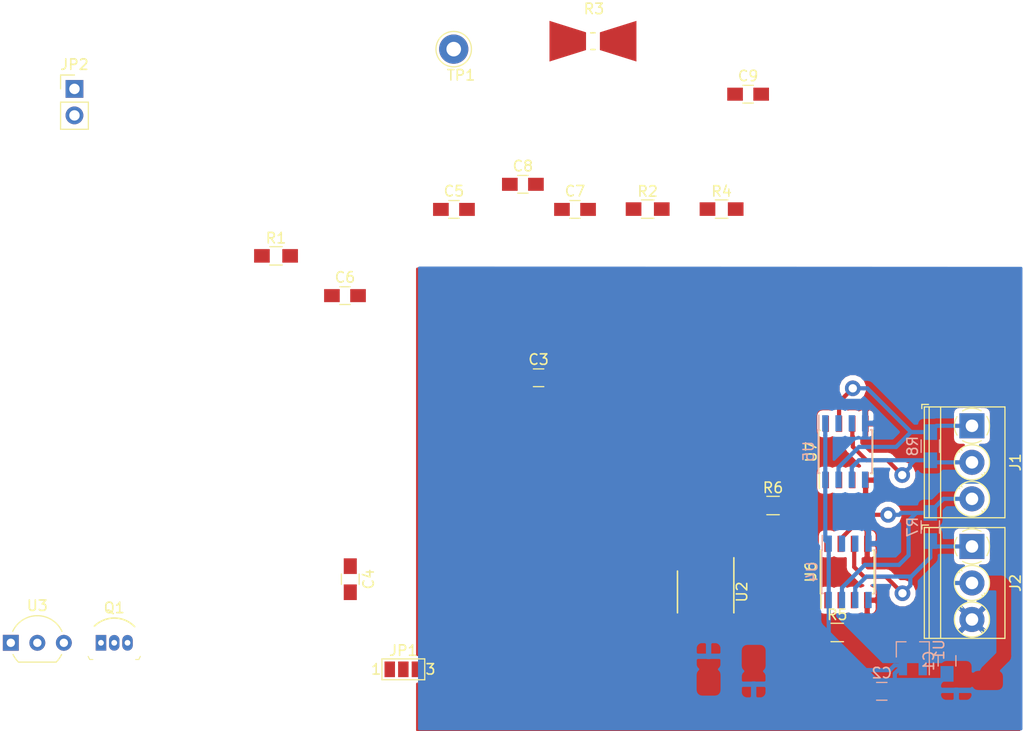
<source format=kicad_pcb>
(kicad_pcb (version 20171130) (host pcbnew "(5.0.0-rc3-dev)")

  (general
    (thickness 1.6)
    (drawings 0)
    (tracks 102)
    (zones 0)
    (modules 30)
    (nets 27)
  )

  (page A4)
  (layers
    (0 F.Cu signal)
    (31 B.Cu signal)
    (32 B.Adhes user)
    (33 F.Adhes user)
    (34 B.Paste user)
    (35 F.Paste user)
    (36 B.SilkS user)
    (37 F.SilkS user)
    (38 B.Mask user)
    (39 F.Mask user)
    (40 Dwgs.User user)
    (41 Cmts.User user)
    (42 Eco1.User user)
    (43 Eco2.User user)
    (44 Edge.Cuts user)
    (45 Margin user)
    (46 B.CrtYd user)
    (47 F.CrtYd user)
    (48 B.Fab user hide)
    (49 F.Fab user hide)
  )

  (setup
    (last_trace_width 0.4)
    (trace_clearance 0.25)
    (zone_clearance 0.508)
    (zone_45_only no)
    (trace_min 0.2)
    (segment_width 0.2)
    (edge_width 0.15)
    (via_size 1.5)
    (via_drill 0.8)
    (via_min_size 0.4)
    (via_min_drill 0.3)
    (uvia_size 0.3)
    (uvia_drill 0.1)
    (uvias_allowed no)
    (uvia_min_size 0.2)
    (uvia_min_drill 0.1)
    (pcb_text_width 0.3)
    (pcb_text_size 1.5 1.5)
    (mod_edge_width 0.15)
    (mod_text_size 1 1)
    (mod_text_width 0.15)
    (pad_size 1.524 1.524)
    (pad_drill 0.762)
    (pad_to_mask_clearance 0.2)
    (aux_axis_origin 0 0)
    (visible_elements FFFFE77F)
    (pcbplotparams
      (layerselection 0x010fc_ffffffff)
      (usegerberextensions false)
      (usegerberattributes false)
      (usegerberadvancedattributes false)
      (creategerberjobfile false)
      (excludeedgelayer true)
      (linewidth 0.100000)
      (plotframeref false)
      (viasonmask false)
      (mode 1)
      (useauxorigin false)
      (hpglpennumber 1)
      (hpglpenspeed 20)
      (hpglpendiameter 15.000000)
      (psnegative false)
      (psa4output false)
      (plotreference true)
      (plotvalue true)
      (plotinvisibletext false)
      (padsonsilk false)
      (subtractmaskfromsilk false)
      (outputformat 1)
      (mirror false)
      (drillshape 1)
      (scaleselection 1)
      (outputdirectory ""))
  )

  (net 0 "")
  (net 1 "Net-(C4-Pad1)")
  (net 2 "Net-(C4-Pad2)")
  (net 3 "Net-(TP1-Pad1)")
  (net 4 SCL-)
  (net 5 VIN)
  (net 6 GND)
  (net 7 SCK+)
  (net 8 SDA-)
  (net 9 SDA+)
  (net 10 "Net-(JP2-Pad2)")
  (net 11 VCC)
  (net 12 SDA)
  (net 13 "Net-(R6-Pad2)")
  (net 14 "Net-(R5-Pad2)")
  (net 15 SCK)
  (net 16 "Net-(R3-Pad2)")
  (net 17 "Net-(JP1-Pad2)")
  (net 18 "Net-(U2-Pad1)")
  (net 19 "Net-(U4-Pad3)")
  (net 20 "Net-(U4-Pad5)")
  (net 21 "Net-(U5-Pad5)")
  (net 22 "Net-(U5-Pad3)")
  (net 23 "Net-(U6-Pad1)")
  (net 24 "Net-(U6-Pad2)")
  (net 25 "Net-(U7-Pad2)")
  (net 26 "Net-(U7-Pad1)")

  (net_class Default "This is the default net class."
    (clearance 0.25)
    (trace_width 0.4)
    (via_dia 1.5)
    (via_drill 0.8)
    (uvia_dia 0.3)
    (uvia_drill 0.1)
    (add_net GND)
    (add_net "Net-(C4-Pad1)")
    (add_net "Net-(C4-Pad2)")
    (add_net "Net-(JP1-Pad2)")
    (add_net "Net-(JP2-Pad2)")
    (add_net "Net-(R3-Pad2)")
    (add_net "Net-(R5-Pad2)")
    (add_net "Net-(R6-Pad2)")
    (add_net "Net-(TP1-Pad1)")
    (add_net "Net-(U2-Pad1)")
    (add_net "Net-(U4-Pad3)")
    (add_net "Net-(U4-Pad5)")
    (add_net "Net-(U5-Pad3)")
    (add_net "Net-(U5-Pad5)")
    (add_net "Net-(U6-Pad1)")
    (add_net "Net-(U6-Pad2)")
    (add_net "Net-(U7-Pad1)")
    (add_net "Net-(U7-Pad2)")
    (add_net SCK)
    (add_net SCK+)
    (add_net SCL-)
    (add_net SDA)
    (add_net SDA+)
    (add_net SDA-)
    (add_net VCC)
    (add_net VIN)
  )

  (module Resistors_SMD:R_0805_HandSoldering (layer F.Cu) (tedit 58E0A804) (tstamp 5B96DD2D)
    (at 187.0964 114.0714)
    (descr "Resistor SMD 0805, hand soldering")
    (tags "resistor 0805")
    (path /5B43E0E1/5B441A2A)
    (attr smd)
    (fp_text reference R5 (at 0 -1.7) (layer F.SilkS)
      (effects (font (size 1 1) (thickness 0.15)))
    )
    (fp_text value 0R (at 0 1.75) (layer F.Fab)
      (effects (font (size 1 1) (thickness 0.15)))
    )
    (fp_line (start 2.35 0.9) (end -2.35 0.9) (layer F.CrtYd) (width 0.05))
    (fp_line (start 2.35 0.9) (end 2.35 -0.9) (layer F.CrtYd) (width 0.05))
    (fp_line (start -2.35 -0.9) (end -2.35 0.9) (layer F.CrtYd) (width 0.05))
    (fp_line (start -2.35 -0.9) (end 2.35 -0.9) (layer F.CrtYd) (width 0.05))
    (fp_line (start -0.6 -0.88) (end 0.6 -0.88) (layer F.SilkS) (width 0.12))
    (fp_line (start 0.6 0.88) (end -0.6 0.88) (layer F.SilkS) (width 0.12))
    (fp_line (start -1 -0.62) (end 1 -0.62) (layer F.Fab) (width 0.1))
    (fp_line (start 1 -0.62) (end 1 0.62) (layer F.Fab) (width 0.1))
    (fp_line (start 1 0.62) (end -1 0.62) (layer F.Fab) (width 0.1))
    (fp_line (start -1 0.62) (end -1 -0.62) (layer F.Fab) (width 0.1))
    (fp_text user %R (at 0 0) (layer F.Fab)
      (effects (font (size 0.5 0.5) (thickness 0.075)))
    )
    (pad 2 smd rect (at 1.35 0) (size 1.5 1.3) (layers F.Cu F.Paste F.Mask)
      (net 14 "Net-(R5-Pad2)"))
    (pad 1 smd rect (at -1.35 0) (size 1.5 1.3) (layers F.Cu F.Paste F.Mask)
      (net 15 SCK))
    (model ${KISYS3DMOD}/Resistors_SMD.3dshapes/R_0805.wrl
      (at (xyz 0 0 0))
      (scale (xyz 1 1 1))
      (rotate (xyz 0 0 0))
    )
  )

  (module Resistors_SMD:R_0805_HandSoldering (layer F.Cu) (tedit 58E0A804) (tstamp 5B96DD1D)
    (at 180.9496 101.9048)
    (descr "Resistor SMD 0805, hand soldering")
    (tags "resistor 0805")
    (path /5B43E0E1/5B440BB6)
    (attr smd)
    (fp_text reference R6 (at 0 -1.7) (layer F.SilkS)
      (effects (font (size 1 1) (thickness 0.15)))
    )
    (fp_text value 0R (at 0 1.75) (layer F.Fab)
      (effects (font (size 1 1) (thickness 0.15)))
    )
    (fp_text user %R (at 0 0) (layer F.Fab)
      (effects (font (size 0.5 0.5) (thickness 0.075)))
    )
    (fp_line (start -1 0.62) (end -1 -0.62) (layer F.Fab) (width 0.1))
    (fp_line (start 1 0.62) (end -1 0.62) (layer F.Fab) (width 0.1))
    (fp_line (start 1 -0.62) (end 1 0.62) (layer F.Fab) (width 0.1))
    (fp_line (start -1 -0.62) (end 1 -0.62) (layer F.Fab) (width 0.1))
    (fp_line (start 0.6 0.88) (end -0.6 0.88) (layer F.SilkS) (width 0.12))
    (fp_line (start -0.6 -0.88) (end 0.6 -0.88) (layer F.SilkS) (width 0.12))
    (fp_line (start -2.35 -0.9) (end 2.35 -0.9) (layer F.CrtYd) (width 0.05))
    (fp_line (start -2.35 -0.9) (end -2.35 0.9) (layer F.CrtYd) (width 0.05))
    (fp_line (start 2.35 0.9) (end 2.35 -0.9) (layer F.CrtYd) (width 0.05))
    (fp_line (start 2.35 0.9) (end -2.35 0.9) (layer F.CrtYd) (width 0.05))
    (pad 1 smd rect (at -1.35 0) (size 1.5 1.3) (layers F.Cu F.Paste F.Mask)
      (net 12 SDA))
    (pad 2 smd rect (at 1.35 0) (size 1.5 1.3) (layers F.Cu F.Paste F.Mask)
      (net 13 "Net-(R6-Pad2)"))
    (model ${KISYS3DMOD}/Resistors_SMD.3dshapes/R_0805.wrl
      (at (xyz 0 0 0))
      (scale (xyz 1 1 1))
      (rotate (xyz 0 0 0))
    )
  )

  (module Housings_SOIC:SOIC-8_3.9x4.9mm_Pitch1.27mm (layer F.Cu) (tedit 58CD0CDA) (tstamp 5B822557)
    (at 188.0616 108.2802 90)
    (descr "8-Lead Plastic Small Outline (SN) - Narrow, 3.90 mm Body [SOIC] (see Microchip Packaging Specification 00000049BS.pdf)")
    (tags "SOIC 1.27")
    (path /5B43E0E1/5B441A0F)
    (attr smd)
    (fp_text reference U6 (at 0 -3.5 90) (layer F.SilkS)
      (effects (font (size 1 1) (thickness 0.15)))
    )
    (fp_text value DS92LV010A (at 0 3.5 90) (layer F.Fab)
      (effects (font (size 1 1) (thickness 0.15)))
    )
    (fp_text user %R (at 0 0 90) (layer F.Fab)
      (effects (font (size 1 1) (thickness 0.15)))
    )
    (fp_line (start -0.95 -2.45) (end 1.95 -2.45) (layer F.Fab) (width 0.1))
    (fp_line (start 1.95 -2.45) (end 1.95 2.45) (layer F.Fab) (width 0.1))
    (fp_line (start 1.95 2.45) (end -1.95 2.45) (layer F.Fab) (width 0.1))
    (fp_line (start -1.95 2.45) (end -1.95 -1.45) (layer F.Fab) (width 0.1))
    (fp_line (start -1.95 -1.45) (end -0.95 -2.45) (layer F.Fab) (width 0.1))
    (fp_line (start -3.73 -2.7) (end -3.73 2.7) (layer F.CrtYd) (width 0.05))
    (fp_line (start 3.73 -2.7) (end 3.73 2.7) (layer F.CrtYd) (width 0.05))
    (fp_line (start -3.73 -2.7) (end 3.73 -2.7) (layer F.CrtYd) (width 0.05))
    (fp_line (start -3.73 2.7) (end 3.73 2.7) (layer F.CrtYd) (width 0.05))
    (fp_line (start -2.075 -2.575) (end -2.075 -2.525) (layer F.SilkS) (width 0.15))
    (fp_line (start 2.075 -2.575) (end 2.075 -2.43) (layer F.SilkS) (width 0.15))
    (fp_line (start 2.075 2.575) (end 2.075 2.43) (layer F.SilkS) (width 0.15))
    (fp_line (start -2.075 2.575) (end -2.075 2.43) (layer F.SilkS) (width 0.15))
    (fp_line (start -2.075 -2.575) (end 2.075 -2.575) (layer F.SilkS) (width 0.15))
    (fp_line (start -2.075 2.575) (end 2.075 2.575) (layer F.SilkS) (width 0.15))
    (fp_line (start -2.075 -2.525) (end -3.475 -2.525) (layer F.SilkS) (width 0.15))
    (pad 1 smd rect (at -2.7 -1.905 90) (size 1.55 0.6) (layers F.Cu F.Paste F.Mask)
      (net 23 "Net-(U6-Pad1)"))
    (pad 2 smd rect (at -2.7 -0.635 90) (size 1.55 0.6) (layers F.Cu F.Paste F.Mask)
      (net 24 "Net-(U6-Pad2)"))
    (pad 3 smd rect (at -2.7 0.635 90) (size 1.55 0.6) (layers F.Cu F.Paste F.Mask)
      (net 14 "Net-(R5-Pad2)"))
    (pad 4 smd rect (at -2.7 1.905 90) (size 1.55 0.6) (layers F.Cu F.Paste F.Mask)
      (net 6 GND))
    (pad 5 smd rect (at 2.7 1.905 90) (size 1.55 0.6) (layers F.Cu F.Paste F.Mask)
      (net 6 GND))
    (pad 6 smd rect (at 2.7 0.635 90) (size 1.55 0.6) (layers F.Cu F.Paste F.Mask)
      (net 4 SCL-))
    (pad 7 smd rect (at 2.7 -0.635 90) (size 1.55 0.6) (layers F.Cu F.Paste F.Mask)
      (net 7 SCK+))
    (pad 8 smd rect (at 2.7 -1.905 90) (size 1.55 0.6) (layers F.Cu F.Paste F.Mask)
      (net 11 VCC))
    (model ${KISYS3DMOD}/Housings_SOIC.3dshapes/SOIC-8_3.9x4.9mm_Pitch1.27mm.wrl
      (at (xyz 0 0 0))
      (scale (xyz 1 1 1))
      (rotate (xyz 0 0 0))
    )
  )

  (module Capacitors_SMD:C_0805_HandSoldering (layer B.Cu) (tedit 58AA84A8) (tstamp 5B822623)
    (at 197.612 116.7892 270)
    (descr "Capacitor SMD 0805, hand soldering")
    (tags "capacitor 0805")
    (path /5B4458CF)
    (attr smd)
    (fp_text reference C1 (at 0 1.75 270) (layer B.SilkS)
      (effects (font (size 1 1) (thickness 0.15)) (justify mirror))
    )
    (fp_text value 1u (at 0 -1.75 270) (layer B.Fab)
      (effects (font (size 1 1) (thickness 0.15)) (justify mirror))
    )
    (fp_text user %R (at 0 1.75 270) (layer B.Fab)
      (effects (font (size 1 1) (thickness 0.15)) (justify mirror))
    )
    (fp_line (start -1 -0.62) (end -1 0.62) (layer B.Fab) (width 0.1))
    (fp_line (start 1 -0.62) (end -1 -0.62) (layer B.Fab) (width 0.1))
    (fp_line (start 1 0.62) (end 1 -0.62) (layer B.Fab) (width 0.1))
    (fp_line (start -1 0.62) (end 1 0.62) (layer B.Fab) (width 0.1))
    (fp_line (start 0.5 0.85) (end -0.5 0.85) (layer B.SilkS) (width 0.12))
    (fp_line (start -0.5 -0.85) (end 0.5 -0.85) (layer B.SilkS) (width 0.12))
    (fp_line (start -2.25 0.88) (end 2.25 0.88) (layer B.CrtYd) (width 0.05))
    (fp_line (start -2.25 0.88) (end -2.25 -0.87) (layer B.CrtYd) (width 0.05))
    (fp_line (start 2.25 -0.87) (end 2.25 0.88) (layer B.CrtYd) (width 0.05))
    (fp_line (start 2.25 -0.87) (end -2.25 -0.87) (layer B.CrtYd) (width 0.05))
    (pad 1 smd rect (at -1.25 0 270) (size 1.5 1.25) (layers B.Cu B.Paste B.Mask)
      (net 5 VIN))
    (pad 2 smd rect (at 1.25 0 270) (size 1.5 1.25) (layers B.Cu B.Paste B.Mask)
      (net 6 GND))
    (model Capacitors_SMD.3dshapes/C_0805.wrl
      (at (xyz 0 0 0))
      (scale (xyz 1 1 1))
      (rotate (xyz 0 0 0))
    )
  )

  (module Capacitors_SMD:C_0805_HandSoldering (layer B.Cu) (tedit 58AA84A8) (tstamp 5B822612)
    (at 191.3636 119.7102 180)
    (descr "Capacitor SMD 0805, hand soldering")
    (tags "capacitor 0805")
    (path /5B445942)
    (attr smd)
    (fp_text reference C2 (at 0 1.75 180) (layer B.SilkS)
      (effects (font (size 1 1) (thickness 0.15)) (justify mirror))
    )
    (fp_text value 1u (at 0 -1.75 180) (layer B.Fab)
      (effects (font (size 1 1) (thickness 0.15)) (justify mirror))
    )
    (fp_line (start 2.25 -0.87) (end -2.25 -0.87) (layer B.CrtYd) (width 0.05))
    (fp_line (start 2.25 -0.87) (end 2.25 0.88) (layer B.CrtYd) (width 0.05))
    (fp_line (start -2.25 0.88) (end -2.25 -0.87) (layer B.CrtYd) (width 0.05))
    (fp_line (start -2.25 0.88) (end 2.25 0.88) (layer B.CrtYd) (width 0.05))
    (fp_line (start -0.5 -0.85) (end 0.5 -0.85) (layer B.SilkS) (width 0.12))
    (fp_line (start 0.5 0.85) (end -0.5 0.85) (layer B.SilkS) (width 0.12))
    (fp_line (start -1 0.62) (end 1 0.62) (layer B.Fab) (width 0.1))
    (fp_line (start 1 0.62) (end 1 -0.62) (layer B.Fab) (width 0.1))
    (fp_line (start 1 -0.62) (end -1 -0.62) (layer B.Fab) (width 0.1))
    (fp_line (start -1 -0.62) (end -1 0.62) (layer B.Fab) (width 0.1))
    (fp_text user %R (at 0 1.75 180) (layer B.Fab)
      (effects (font (size 1 1) (thickness 0.15)) (justify mirror))
    )
    (pad 2 smd rect (at 1.25 0 180) (size 1.5 1.25) (layers B.Cu B.Paste B.Mask)
      (net 6 GND))
    (pad 1 smd rect (at -1.25 0 180) (size 1.5 1.25) (layers B.Cu B.Paste B.Mask)
      (net 11 VCC))
    (model Capacitors_SMD.3dshapes/C_0805.wrl
      (at (xyz 0 0 0))
      (scale (xyz 1 1 1))
      (rotate (xyz 0 0 0))
    )
  )

  (module Capacitors_SMD:C_0805_HandSoldering (layer F.Cu) (tedit 58AA84A8) (tstamp 5B822601)
    (at 158.496 89.662)
    (descr "Capacitor SMD 0805, hand soldering")
    (tags "capacitor 0805")
    (path /5B428ACA)
    (attr smd)
    (fp_text reference C3 (at 0 -1.75) (layer F.SilkS)
      (effects (font (size 1 1) (thickness 0.15)))
    )
    (fp_text value 100n (at 0 1.75) (layer F.Fab)
      (effects (font (size 1 1) (thickness 0.15)))
    )
    (fp_text user %R (at 0 -1.75) (layer F.Fab)
      (effects (font (size 1 1) (thickness 0.15)))
    )
    (fp_line (start -1 0.62) (end -1 -0.62) (layer F.Fab) (width 0.1))
    (fp_line (start 1 0.62) (end -1 0.62) (layer F.Fab) (width 0.1))
    (fp_line (start 1 -0.62) (end 1 0.62) (layer F.Fab) (width 0.1))
    (fp_line (start -1 -0.62) (end 1 -0.62) (layer F.Fab) (width 0.1))
    (fp_line (start 0.5 -0.85) (end -0.5 -0.85) (layer F.SilkS) (width 0.12))
    (fp_line (start -0.5 0.85) (end 0.5 0.85) (layer F.SilkS) (width 0.12))
    (fp_line (start -2.25 -0.88) (end 2.25 -0.88) (layer F.CrtYd) (width 0.05))
    (fp_line (start -2.25 -0.88) (end -2.25 0.87) (layer F.CrtYd) (width 0.05))
    (fp_line (start 2.25 0.87) (end 2.25 -0.88) (layer F.CrtYd) (width 0.05))
    (fp_line (start 2.25 0.87) (end -2.25 0.87) (layer F.CrtYd) (width 0.05))
    (pad 1 smd rect (at -1.25 0) (size 1.5 1.25) (layers F.Cu F.Paste F.Mask)
      (net 11 VCC))
    (pad 2 smd rect (at 1.25 0) (size 1.5 1.25) (layers F.Cu F.Paste F.Mask)
      (net 6 GND))
    (model Capacitors_SMD.3dshapes/C_0805.wrl
      (at (xyz 0 0 0))
      (scale (xyz 1 1 1))
      (rotate (xyz 0 0 0))
    )
  )

  (module Capacitors_SMD:C_0805_HandSoldering (layer F.Cu) (tedit 58AA84A8) (tstamp 5B8225F0)
    (at 140.462 108.966 270)
    (descr "Capacitor SMD 0805, hand soldering")
    (tags "capacitor 0805")
    (path /5B428A80)
    (attr smd)
    (fp_text reference C4 (at 0 -1.75 270) (layer F.SilkS)
      (effects (font (size 1 1) (thickness 0.15)))
    )
    (fp_text value 1000pF (at 0 1.75 270) (layer F.Fab)
      (effects (font (size 1 1) (thickness 0.15)))
    )
    (fp_line (start 2.25 0.87) (end -2.25 0.87) (layer F.CrtYd) (width 0.05))
    (fp_line (start 2.25 0.87) (end 2.25 -0.88) (layer F.CrtYd) (width 0.05))
    (fp_line (start -2.25 -0.88) (end -2.25 0.87) (layer F.CrtYd) (width 0.05))
    (fp_line (start -2.25 -0.88) (end 2.25 -0.88) (layer F.CrtYd) (width 0.05))
    (fp_line (start -0.5 0.85) (end 0.5 0.85) (layer F.SilkS) (width 0.12))
    (fp_line (start 0.5 -0.85) (end -0.5 -0.85) (layer F.SilkS) (width 0.12))
    (fp_line (start -1 -0.62) (end 1 -0.62) (layer F.Fab) (width 0.1))
    (fp_line (start 1 -0.62) (end 1 0.62) (layer F.Fab) (width 0.1))
    (fp_line (start 1 0.62) (end -1 0.62) (layer F.Fab) (width 0.1))
    (fp_line (start -1 0.62) (end -1 -0.62) (layer F.Fab) (width 0.1))
    (fp_text user %R (at 0 -1.75 270) (layer F.Fab)
      (effects (font (size 1 1) (thickness 0.15)))
    )
    (pad 2 smd rect (at 1.25 0 270) (size 1.5 1.25) (layers F.Cu F.Paste F.Mask)
      (net 2 "Net-(C4-Pad2)"))
    (pad 1 smd rect (at -1.25 0 270) (size 1.5 1.25) (layers F.Cu F.Paste F.Mask)
      (net 1 "Net-(C4-Pad1)"))
    (model Capacitors_SMD.3dshapes/C_0805.wrl
      (at (xyz 0 0 0))
      (scale (xyz 1 1 1))
      (rotate (xyz 0 0 0))
    )
  )

  (module Capacitors_SMD:C_0805_HandSoldering (layer F.Cu) (tedit 58AA84A8) (tstamp 5B8225DF)
    (at 150.389648 73.525983)
    (descr "Capacitor SMD 0805, hand soldering")
    (tags "capacitor 0805")
    (path /5B44DDF2)
    (attr smd)
    (fp_text reference C5 (at 0 -1.75) (layer F.SilkS)
      (effects (font (size 1 1) (thickness 0.15)))
    )
    (fp_text value 100n (at 0 1.75) (layer F.Fab)
      (effects (font (size 1 1) (thickness 0.15)))
    )
    (fp_text user %R (at 0 -1.75) (layer F.Fab)
      (effects (font (size 1 1) (thickness 0.15)))
    )
    (fp_line (start -1 0.62) (end -1 -0.62) (layer F.Fab) (width 0.1))
    (fp_line (start 1 0.62) (end -1 0.62) (layer F.Fab) (width 0.1))
    (fp_line (start 1 -0.62) (end 1 0.62) (layer F.Fab) (width 0.1))
    (fp_line (start -1 -0.62) (end 1 -0.62) (layer F.Fab) (width 0.1))
    (fp_line (start 0.5 -0.85) (end -0.5 -0.85) (layer F.SilkS) (width 0.12))
    (fp_line (start -0.5 0.85) (end 0.5 0.85) (layer F.SilkS) (width 0.12))
    (fp_line (start -2.25 -0.88) (end 2.25 -0.88) (layer F.CrtYd) (width 0.05))
    (fp_line (start -2.25 -0.88) (end -2.25 0.87) (layer F.CrtYd) (width 0.05))
    (fp_line (start 2.25 0.87) (end 2.25 -0.88) (layer F.CrtYd) (width 0.05))
    (fp_line (start 2.25 0.87) (end -2.25 0.87) (layer F.CrtYd) (width 0.05))
    (pad 1 smd rect (at -1.25 0) (size 1.5 1.25) (layers F.Cu F.Paste F.Mask)
      (net 11 VCC))
    (pad 2 smd rect (at 1.25 0) (size 1.5 1.25) (layers F.Cu F.Paste F.Mask)
      (net 6 GND))
    (model Capacitors_SMD.3dshapes/C_0805.wrl
      (at (xyz 0 0 0))
      (scale (xyz 1 1 1))
      (rotate (xyz 0 0 0))
    )
  )

  (module Capacitors_SMD:C_0805_HandSoldering (layer F.Cu) (tedit 58AA84A8) (tstamp 5B8225CE)
    (at 139.954 81.788)
    (descr "Capacitor SMD 0805, hand soldering")
    (tags "capacitor 0805")
    (path /5B43E0E1/5B440244)
    (attr smd)
    (fp_text reference C6 (at 0 -1.75) (layer F.SilkS)
      (effects (font (size 1 1) (thickness 0.15)))
    )
    (fp_text value 100n (at 0 1.75) (layer F.Fab)
      (effects (font (size 1 1) (thickness 0.15)))
    )
    (fp_line (start 2.25 0.87) (end -2.25 0.87) (layer F.CrtYd) (width 0.05))
    (fp_line (start 2.25 0.87) (end 2.25 -0.88) (layer F.CrtYd) (width 0.05))
    (fp_line (start -2.25 -0.88) (end -2.25 0.87) (layer F.CrtYd) (width 0.05))
    (fp_line (start -2.25 -0.88) (end 2.25 -0.88) (layer F.CrtYd) (width 0.05))
    (fp_line (start -0.5 0.85) (end 0.5 0.85) (layer F.SilkS) (width 0.12))
    (fp_line (start 0.5 -0.85) (end -0.5 -0.85) (layer F.SilkS) (width 0.12))
    (fp_line (start -1 -0.62) (end 1 -0.62) (layer F.Fab) (width 0.1))
    (fp_line (start 1 -0.62) (end 1 0.62) (layer F.Fab) (width 0.1))
    (fp_line (start 1 0.62) (end -1 0.62) (layer F.Fab) (width 0.1))
    (fp_line (start -1 0.62) (end -1 -0.62) (layer F.Fab) (width 0.1))
    (fp_text user %R (at 0 -1.75) (layer F.Fab)
      (effects (font (size 1 1) (thickness 0.15)))
    )
    (pad 2 smd rect (at 1.25 0) (size 1.5 1.25) (layers F.Cu F.Paste F.Mask)
      (net 6 GND))
    (pad 1 smd rect (at -1.25 0) (size 1.5 1.25) (layers F.Cu F.Paste F.Mask)
      (net 11 VCC))
    (model Capacitors_SMD.3dshapes/C_0805.wrl
      (at (xyz 0 0 0))
      (scale (xyz 1 1 1))
      (rotate (xyz 0 0 0))
    )
  )

  (module Capacitors_SMD:C_0805_HandSoldering (layer F.Cu) (tedit 58AA84A8) (tstamp 5B8225BD)
    (at 161.985163 73.525983)
    (descr "Capacitor SMD 0805, hand soldering")
    (tags "capacitor 0805")
    (path /5B43E0E1/5B43E499)
    (attr smd)
    (fp_text reference C7 (at 0 -1.75) (layer F.SilkS)
      (effects (font (size 1 1) (thickness 0.15)))
    )
    (fp_text value 100n (at 0 1.75) (layer F.Fab)
      (effects (font (size 1 1) (thickness 0.15)))
    )
    (fp_text user %R (at 0 -1.75) (layer F.Fab)
      (effects (font (size 1 1) (thickness 0.15)))
    )
    (fp_line (start -1 0.62) (end -1 -0.62) (layer F.Fab) (width 0.1))
    (fp_line (start 1 0.62) (end -1 0.62) (layer F.Fab) (width 0.1))
    (fp_line (start 1 -0.62) (end 1 0.62) (layer F.Fab) (width 0.1))
    (fp_line (start -1 -0.62) (end 1 -0.62) (layer F.Fab) (width 0.1))
    (fp_line (start 0.5 -0.85) (end -0.5 -0.85) (layer F.SilkS) (width 0.12))
    (fp_line (start -0.5 0.85) (end 0.5 0.85) (layer F.SilkS) (width 0.12))
    (fp_line (start -2.25 -0.88) (end 2.25 -0.88) (layer F.CrtYd) (width 0.05))
    (fp_line (start -2.25 -0.88) (end -2.25 0.87) (layer F.CrtYd) (width 0.05))
    (fp_line (start 2.25 0.87) (end 2.25 -0.88) (layer F.CrtYd) (width 0.05))
    (fp_line (start 2.25 0.87) (end -2.25 0.87) (layer F.CrtYd) (width 0.05))
    (pad 1 smd rect (at -1.25 0) (size 1.5 1.25) (layers F.Cu F.Paste F.Mask)
      (net 11 VCC))
    (pad 2 smd rect (at 1.25 0) (size 1.5 1.25) (layers F.Cu F.Paste F.Mask)
      (net 6 GND))
    (model Capacitors_SMD.3dshapes/C_0805.wrl
      (at (xyz 0 0 0))
      (scale (xyz 1 1 1))
      (rotate (xyz 0 0 0))
    )
  )

  (module Capacitors_SMD:C_0805_HandSoldering (layer F.Cu) (tedit 58AA84A8) (tstamp 5B8225AC)
    (at 156.992 71.12)
    (descr "Capacitor SMD 0805, hand soldering")
    (tags "capacitor 0805")
    (path /5B43E0E1/5B4437FE)
    (attr smd)
    (fp_text reference C8 (at 0 -1.75) (layer F.SilkS)
      (effects (font (size 1 1) (thickness 0.15)))
    )
    (fp_text value 100n (at 0 1.75) (layer F.Fab)
      (effects (font (size 1 1) (thickness 0.15)))
    )
    (fp_line (start 2.25 0.87) (end -2.25 0.87) (layer F.CrtYd) (width 0.05))
    (fp_line (start 2.25 0.87) (end 2.25 -0.88) (layer F.CrtYd) (width 0.05))
    (fp_line (start -2.25 -0.88) (end -2.25 0.87) (layer F.CrtYd) (width 0.05))
    (fp_line (start -2.25 -0.88) (end 2.25 -0.88) (layer F.CrtYd) (width 0.05))
    (fp_line (start -0.5 0.85) (end 0.5 0.85) (layer F.SilkS) (width 0.12))
    (fp_line (start 0.5 -0.85) (end -0.5 -0.85) (layer F.SilkS) (width 0.12))
    (fp_line (start -1 -0.62) (end 1 -0.62) (layer F.Fab) (width 0.1))
    (fp_line (start 1 -0.62) (end 1 0.62) (layer F.Fab) (width 0.1))
    (fp_line (start 1 0.62) (end -1 0.62) (layer F.Fab) (width 0.1))
    (fp_line (start -1 0.62) (end -1 -0.62) (layer F.Fab) (width 0.1))
    (fp_text user %R (at 0 -1.75) (layer F.Fab)
      (effects (font (size 1 1) (thickness 0.15)))
    )
    (pad 2 smd rect (at 1.25 0) (size 1.5 1.25) (layers F.Cu F.Paste F.Mask)
      (net 6 GND))
    (pad 1 smd rect (at -1.25 0) (size 1.5 1.25) (layers F.Cu F.Paste F.Mask)
      (net 11 VCC))
    (model Capacitors_SMD.3dshapes/C_0805.wrl
      (at (xyz 0 0 0))
      (scale (xyz 1 1 1))
      (rotate (xyz 0 0 0))
    )
  )

  (module Capacitors_SMD:C_0805_HandSoldering (layer F.Cu) (tedit 58AA84A8) (tstamp 5B82259B)
    (at 178.562 62.484)
    (descr "Capacitor SMD 0805, hand soldering")
    (tags "capacitor 0805")
    (path /5B43E0E1/5B4437EB)
    (attr smd)
    (fp_text reference C9 (at 0 -1.75) (layer F.SilkS)
      (effects (font (size 1 1) (thickness 0.15)))
    )
    (fp_text value 100n (at 0 1.75) (layer F.Fab)
      (effects (font (size 1 1) (thickness 0.15)))
    )
    (fp_text user %R (at 0 -1.75) (layer F.Fab)
      (effects (font (size 1 1) (thickness 0.15)))
    )
    (fp_line (start -1 0.62) (end -1 -0.62) (layer F.Fab) (width 0.1))
    (fp_line (start 1 0.62) (end -1 0.62) (layer F.Fab) (width 0.1))
    (fp_line (start 1 -0.62) (end 1 0.62) (layer F.Fab) (width 0.1))
    (fp_line (start -1 -0.62) (end 1 -0.62) (layer F.Fab) (width 0.1))
    (fp_line (start 0.5 -0.85) (end -0.5 -0.85) (layer F.SilkS) (width 0.12))
    (fp_line (start -0.5 0.85) (end 0.5 0.85) (layer F.SilkS) (width 0.12))
    (fp_line (start -2.25 -0.88) (end 2.25 -0.88) (layer F.CrtYd) (width 0.05))
    (fp_line (start -2.25 -0.88) (end -2.25 0.87) (layer F.CrtYd) (width 0.05))
    (fp_line (start 2.25 0.87) (end 2.25 -0.88) (layer F.CrtYd) (width 0.05))
    (fp_line (start 2.25 0.87) (end -2.25 0.87) (layer F.CrtYd) (width 0.05))
    (pad 1 smd rect (at -1.25 0) (size 1.5 1.25) (layers F.Cu F.Paste F.Mask)
      (net 11 VCC))
    (pad 2 smd rect (at 1.25 0) (size 1.5 1.25) (layers F.Cu F.Paste F.Mask)
      (net 6 GND))
    (model Capacitors_SMD.3dshapes/C_0805.wrl
      (at (xyz 0 0 0))
      (scale (xyz 1 1 1))
      (rotate (xyz 0 0 0))
    )
  )

  (module Connector_PinHeader_2.54mm:PinHeader_1x02_P2.54mm_Vertical (layer F.Cu) (tedit 59FED5CC) (tstamp 5B82258A)
    (at 114.046 61.976)
    (descr "Through hole straight pin header, 1x02, 2.54mm pitch, single row")
    (tags "Through hole pin header THT 1x02 2.54mm single row")
    (path /5B44C71A)
    (fp_text reference JP2 (at 0 -2.33) (layer F.SilkS)
      (effects (font (size 1 1) (thickness 0.15)))
    )
    (fp_text value Jumper (at 0 4.87) (layer F.Fab)
      (effects (font (size 1 1) (thickness 0.15)))
    )
    (fp_line (start -0.635 -1.27) (end 1.27 -1.27) (layer F.Fab) (width 0.1))
    (fp_line (start 1.27 -1.27) (end 1.27 3.81) (layer F.Fab) (width 0.1))
    (fp_line (start 1.27 3.81) (end -1.27 3.81) (layer F.Fab) (width 0.1))
    (fp_line (start -1.27 3.81) (end -1.27 -0.635) (layer F.Fab) (width 0.1))
    (fp_line (start -1.27 -0.635) (end -0.635 -1.27) (layer F.Fab) (width 0.1))
    (fp_line (start -1.33 3.87) (end 1.33 3.87) (layer F.SilkS) (width 0.12))
    (fp_line (start -1.33 1.27) (end -1.33 3.87) (layer F.SilkS) (width 0.12))
    (fp_line (start 1.33 1.27) (end 1.33 3.87) (layer F.SilkS) (width 0.12))
    (fp_line (start -1.33 1.27) (end 1.33 1.27) (layer F.SilkS) (width 0.12))
    (fp_line (start -1.33 0) (end -1.33 -1.33) (layer F.SilkS) (width 0.12))
    (fp_line (start -1.33 -1.33) (end 0 -1.33) (layer F.SilkS) (width 0.12))
    (fp_line (start -1.8 -1.8) (end -1.8 4.35) (layer F.CrtYd) (width 0.05))
    (fp_line (start -1.8 4.35) (end 1.8 4.35) (layer F.CrtYd) (width 0.05))
    (fp_line (start 1.8 4.35) (end 1.8 -1.8) (layer F.CrtYd) (width 0.05))
    (fp_line (start 1.8 -1.8) (end -1.8 -1.8) (layer F.CrtYd) (width 0.05))
    (fp_text user %R (at 0 1.27 90) (layer F.Fab)
      (effects (font (size 1 1) (thickness 0.15)))
    )
    (pad 1 thru_hole rect (at 0 0) (size 1.7 1.7) (drill 1) (layers *.Cu *.Mask)
      (net 12 SDA))
    (pad 2 thru_hole oval (at 0 2.54) (size 1.7 1.7) (drill 1) (layers *.Cu *.Mask)
      (net 10 "Net-(JP2-Pad2)"))
    (model ${KISYS3DMOD}/Connector_PinHeader_2.54mm.3dshapes/PinHeader_1x02_P2.54mm_Vertical.wrl
      (at (xyz 0 0 0))
      (scale (xyz 1 1 1))
      (rotate (xyz 0 0 0))
    )
  )

  (module Housings_SOIC:SOIC-8_3.9x4.9mm_Pitch1.27mm (layer F.Cu) (tedit 58CD0CDA) (tstamp 5B822574)
    (at 187.9092 96.774 90)
    (descr "8-Lead Plastic Small Outline (SN) - Narrow, 3.90 mm Body [SOIC] (see Microchip Packaging Specification 00000049BS.pdf)")
    (tags "SOIC 1.27")
    (path /5B43E0E1/5B440238)
    (attr smd)
    (fp_text reference U7 (at 0 -3.302 90) (layer F.SilkS)
      (effects (font (size 1 1) (thickness 0.15)))
    )
    (fp_text value DS92LV010A (at 0 3.5 90) (layer F.Fab)
      (effects (font (size 1 1) (thickness 0.15)))
    )
    (fp_line (start -2.075 -2.525) (end -3.475 -2.525) (layer F.SilkS) (width 0.15))
    (fp_line (start -2.075 2.575) (end 2.075 2.575) (layer F.SilkS) (width 0.15))
    (fp_line (start -2.075 -2.575) (end 2.075 -2.575) (layer F.SilkS) (width 0.15))
    (fp_line (start -2.075 2.575) (end -2.075 2.43) (layer F.SilkS) (width 0.15))
    (fp_line (start 2.075 2.575) (end 2.075 2.43) (layer F.SilkS) (width 0.15))
    (fp_line (start 2.075 -2.575) (end 2.075 -2.43) (layer F.SilkS) (width 0.15))
    (fp_line (start -2.075 -2.575) (end -2.075 -2.525) (layer F.SilkS) (width 0.15))
    (fp_line (start -3.73 2.7) (end 3.73 2.7) (layer F.CrtYd) (width 0.05))
    (fp_line (start -3.73 -2.7) (end 3.73 -2.7) (layer F.CrtYd) (width 0.05))
    (fp_line (start 3.73 -2.7) (end 3.73 2.7) (layer F.CrtYd) (width 0.05))
    (fp_line (start -3.73 -2.7) (end -3.73 2.7) (layer F.CrtYd) (width 0.05))
    (fp_line (start -1.95 -1.45) (end -0.95 -2.45) (layer F.Fab) (width 0.1))
    (fp_line (start -1.95 2.45) (end -1.95 -1.45) (layer F.Fab) (width 0.1))
    (fp_line (start 1.95 2.45) (end -1.95 2.45) (layer F.Fab) (width 0.1))
    (fp_line (start 1.95 -2.45) (end 1.95 2.45) (layer F.Fab) (width 0.1))
    (fp_line (start -0.95 -2.45) (end 1.95 -2.45) (layer F.Fab) (width 0.1))
    (fp_text user %R (at 0 0 90) (layer F.Fab)
      (effects (font (size 1 1) (thickness 0.15)))
    )
    (pad 8 smd rect (at 2.7 -1.905 90) (size 1.55 0.6) (layers F.Cu F.Paste F.Mask)
      (net 11 VCC))
    (pad 7 smd rect (at 2.7 -0.635 90) (size 1.55 0.6) (layers F.Cu F.Paste F.Mask)
      (net 9 SDA+))
    (pad 6 smd rect (at 2.7 0.635 90) (size 1.55 0.6) (layers F.Cu F.Paste F.Mask)
      (net 8 SDA-))
    (pad 5 smd rect (at 2.7 1.905 90) (size 1.55 0.6) (layers F.Cu F.Paste F.Mask)
      (net 6 GND))
    (pad 4 smd rect (at -2.7 1.905 90) (size 1.55 0.6) (layers F.Cu F.Paste F.Mask)
      (net 6 GND))
    (pad 3 smd rect (at -2.7 0.635 90) (size 1.55 0.6) (layers F.Cu F.Paste F.Mask)
      (net 13 "Net-(R6-Pad2)"))
    (pad 2 smd rect (at -2.7 -0.635 90) (size 1.55 0.6) (layers F.Cu F.Paste F.Mask)
      (net 25 "Net-(U7-Pad2)"))
    (pad 1 smd rect (at -2.7 -1.905 90) (size 1.55 0.6) (layers F.Cu F.Paste F.Mask)
      (net 26 "Net-(U7-Pad1)"))
    (model ${KISYS3DMOD}/Housings_SOIC.3dshapes/SOIC-8_3.9x4.9mm_Pitch1.27mm.wrl
      (at (xyz 0 0 0))
      (scale (xyz 1 1 1))
      (rotate (xyz 0 0 0))
    )
  )

  (module Housings_SOIC:SOIC-8_3.9x4.9mm_Pitch1.27mm (layer B.Cu) (tedit 58CD0CDA) (tstamp 5B82253A)
    (at 187.8584 96.7232 270)
    (descr "8-Lead Plastic Small Outline (SN) - Narrow, 3.90 mm Body [SOIC] (see Microchip Packaging Specification 00000049BS.pdf)")
    (tags "SOIC 1.27")
    (path /5B43E0E1/5B43E48B)
    (attr smd)
    (fp_text reference U5 (at 0 3.5 270) (layer B.SilkS)
      (effects (font (size 1 1) (thickness 0.15)) (justify mirror))
    )
    (fp_text value DS92LV010A (at 0 -3.5 270) (layer B.Fab)
      (effects (font (size 1 1) (thickness 0.15)) (justify mirror))
    )
    (fp_line (start -2.075 2.525) (end -3.475 2.525) (layer B.SilkS) (width 0.15))
    (fp_line (start -2.075 -2.575) (end 2.075 -2.575) (layer B.SilkS) (width 0.15))
    (fp_line (start -2.075 2.575) (end 2.075 2.575) (layer B.SilkS) (width 0.15))
    (fp_line (start -2.075 -2.575) (end -2.075 -2.43) (layer B.SilkS) (width 0.15))
    (fp_line (start 2.075 -2.575) (end 2.075 -2.43) (layer B.SilkS) (width 0.15))
    (fp_line (start 2.075 2.575) (end 2.075 2.43) (layer B.SilkS) (width 0.15))
    (fp_line (start -2.075 2.575) (end -2.075 2.525) (layer B.SilkS) (width 0.15))
    (fp_line (start -3.73 -2.7) (end 3.73 -2.7) (layer B.CrtYd) (width 0.05))
    (fp_line (start -3.73 2.7) (end 3.73 2.7) (layer B.CrtYd) (width 0.05))
    (fp_line (start 3.73 2.7) (end 3.73 -2.7) (layer B.CrtYd) (width 0.05))
    (fp_line (start -3.73 2.7) (end -3.73 -2.7) (layer B.CrtYd) (width 0.05))
    (fp_line (start -1.95 1.45) (end -0.95 2.45) (layer B.Fab) (width 0.1))
    (fp_line (start -1.95 -2.45) (end -1.95 1.45) (layer B.Fab) (width 0.1))
    (fp_line (start 1.95 -2.45) (end -1.95 -2.45) (layer B.Fab) (width 0.1))
    (fp_line (start 1.95 2.45) (end 1.95 -2.45) (layer B.Fab) (width 0.1))
    (fp_line (start -0.95 2.45) (end 1.95 2.45) (layer B.Fab) (width 0.1))
    (fp_text user %R (at 0 0 270) (layer B.Fab)
      (effects (font (size 1 1) (thickness 0.15)) (justify mirror))
    )
    (pad 8 smd rect (at 2.7 1.905 270) (size 1.55 0.6) (layers B.Cu B.Paste B.Mask)
      (net 11 VCC))
    (pad 7 smd rect (at 2.7 0.635 270) (size 1.55 0.6) (layers B.Cu B.Paste B.Mask)
      (net 9 SDA+))
    (pad 6 smd rect (at 2.7 -0.635 270) (size 1.55 0.6) (layers B.Cu B.Paste B.Mask)
      (net 8 SDA-))
    (pad 5 smd rect (at 2.7 -1.905 270) (size 1.55 0.6) (layers B.Cu B.Paste B.Mask)
      (net 21 "Net-(U5-Pad5)"))
    (pad 4 smd rect (at -2.7 -1.905 270) (size 1.55 0.6) (layers B.Cu B.Paste B.Mask)
      (net 6 GND))
    (pad 3 smd rect (at -2.7 -0.635 270) (size 1.55 0.6) (layers B.Cu B.Paste B.Mask)
      (net 22 "Net-(U5-Pad3)"))
    (pad 2 smd rect (at -2.7 0.635 270) (size 1.55 0.6) (layers B.Cu B.Paste B.Mask)
      (net 12 SDA))
    (pad 1 smd rect (at -2.7 1.905 270) (size 1.55 0.6) (layers B.Cu B.Paste B.Mask)
      (net 11 VCC))
    (model ${KISYS3DMOD}/Housings_SOIC.3dshapes/SOIC-8_3.9x4.9mm_Pitch1.27mm.wrl
      (at (xyz 0 0 0))
      (scale (xyz 1 1 1))
      (rotate (xyz 0 0 0))
    )
  )

  (module Housings_SOIC:SOIC-8_3.9x4.9mm_Pitch1.27mm (layer B.Cu) (tedit 58CD0CDA) (tstamp 5B82251D)
    (at 188.1886 108.2548 270)
    (descr "8-Lead Plastic Small Outline (SN) - Narrow, 3.90 mm Body [SOIC] (see Microchip Packaging Specification 00000049BS.pdf)")
    (tags "SOIC 1.27")
    (path /5B43E0E1/5B4419E8)
    (attr smd)
    (fp_text reference U4 (at 0 3.5 270) (layer B.SilkS)
      (effects (font (size 1 1) (thickness 0.15)) (justify mirror))
    )
    (fp_text value DS92LV010A (at 0 -3.5 270) (layer B.Fab)
      (effects (font (size 1 1) (thickness 0.15)) (justify mirror))
    )
    (fp_text user %R (at 0.226999 0.491001 270) (layer B.Fab)
      (effects (font (size 1 1) (thickness 0.15)) (justify mirror))
    )
    (fp_line (start -0.95 2.45) (end 1.95 2.45) (layer B.Fab) (width 0.1))
    (fp_line (start 1.95 2.45) (end 1.95 -2.45) (layer B.Fab) (width 0.1))
    (fp_line (start 1.95 -2.45) (end -1.95 -2.45) (layer B.Fab) (width 0.1))
    (fp_line (start -1.95 -2.45) (end -1.95 1.45) (layer B.Fab) (width 0.1))
    (fp_line (start -1.95 1.45) (end -0.95 2.45) (layer B.Fab) (width 0.1))
    (fp_line (start -3.73 2.7) (end -3.73 -2.7) (layer B.CrtYd) (width 0.05))
    (fp_line (start 3.73 2.7) (end 3.73 -2.7) (layer B.CrtYd) (width 0.05))
    (fp_line (start -3.73 2.7) (end 3.73 2.7) (layer B.CrtYd) (width 0.05))
    (fp_line (start -3.73 -2.7) (end 3.73 -2.7) (layer B.CrtYd) (width 0.05))
    (fp_line (start -2.075 2.575) (end -2.075 2.525) (layer B.SilkS) (width 0.15))
    (fp_line (start 2.075 2.575) (end 2.075 2.43) (layer B.SilkS) (width 0.15))
    (fp_line (start 2.075 -2.575) (end 2.075 -2.43) (layer B.SilkS) (width 0.15))
    (fp_line (start -2.075 -2.575) (end -2.075 -2.43) (layer B.SilkS) (width 0.15))
    (fp_line (start -2.075 2.575) (end 2.075 2.575) (layer B.SilkS) (width 0.15))
    (fp_line (start -2.075 -2.575) (end 2.075 -2.575) (layer B.SilkS) (width 0.15))
    (fp_line (start -2.075 2.525) (end -3.475 2.525) (layer B.SilkS) (width 0.15))
    (pad 1 smd rect (at -2.7 1.905 270) (size 1.55 0.6) (layers B.Cu B.Paste B.Mask)
      (net 11 VCC))
    (pad 2 smd rect (at -2.7 0.635 270) (size 1.55 0.6) (layers B.Cu B.Paste B.Mask)
      (net 15 SCK))
    (pad 3 smd rect (at -2.7 -0.635 270) (size 1.55 0.6) (layers B.Cu B.Paste B.Mask)
      (net 19 "Net-(U4-Pad3)"))
    (pad 4 smd rect (at -2.7 -1.905 270) (size 1.55 0.6) (layers B.Cu B.Paste B.Mask)
      (net 6 GND))
    (pad 5 smd rect (at 2.7 -1.905 270) (size 1.55 0.6) (layers B.Cu B.Paste B.Mask)
      (net 20 "Net-(U4-Pad5)"))
    (pad 6 smd rect (at 2.7 -0.635 270) (size 1.55 0.6) (layers B.Cu B.Paste B.Mask)
      (net 4 SCL-))
    (pad 7 smd rect (at 2.7 0.635 270) (size 1.55 0.6) (layers B.Cu B.Paste B.Mask)
      (net 7 SCK+))
    (pad 8 smd rect (at 2.7 1.905 270) (size 1.55 0.6) (layers B.Cu B.Paste B.Mask)
      (net 11 VCC))
    (model ${KISYS3DMOD}/Housings_SOIC.3dshapes/SOIC-8_3.9x4.9mm_Pitch1.27mm.wrl
      (at (xyz 0 0 0))
      (scale (xyz 1 1 1))
      (rotate (xyz 0 0 0))
    )
  )

  (module Housings_SSOP:SSOP-16_3.9x4.9mm_Pitch0.635mm (layer F.Cu) (tedit 54130A77) (tstamp 5B822500)
    (at 174.4726 110.1852 270)
    (descr "SSOP16: plastic shrink small outline package; 16 leads; body width 3.9 mm; lead pitch 0.635; (see NXP SSOP-TSSOP-VSO-REFLOW.pdf and sot519-1_po.pdf)")
    (tags "SSOP 0.635")
    (path /5B4287A4)
    (attr smd)
    (fp_text reference U2 (at 0 -3.5 270) (layer F.SilkS)
      (effects (font (size 1 1) (thickness 0.15)))
    )
    (fp_text value ADM1023 (at 0 3.5 270) (layer F.Fab)
      (effects (font (size 1 1) (thickness 0.15)))
    )
    (fp_line (start -0.95 -2.45) (end 1.95 -2.45) (layer F.Fab) (width 0.15))
    (fp_line (start 1.95 -2.45) (end 1.95 2.45) (layer F.Fab) (width 0.15))
    (fp_line (start 1.95 2.45) (end -1.95 2.45) (layer F.Fab) (width 0.15))
    (fp_line (start -1.95 2.45) (end -1.95 -1.45) (layer F.Fab) (width 0.15))
    (fp_line (start -1.95 -1.45) (end -0.95 -2.45) (layer F.Fab) (width 0.15))
    (fp_line (start -3.45 -2.85) (end -3.45 2.8) (layer F.CrtYd) (width 0.05))
    (fp_line (start 3.45 -2.85) (end 3.45 2.8) (layer F.CrtYd) (width 0.05))
    (fp_line (start -3.45 -2.85) (end 3.45 -2.85) (layer F.CrtYd) (width 0.05))
    (fp_line (start -3.45 2.8) (end 3.45 2.8) (layer F.CrtYd) (width 0.05))
    (fp_line (start -2 2.675) (end 2 2.675) (layer F.SilkS) (width 0.15))
    (fp_line (start -3.275 -2.725) (end 2 -2.725) (layer F.SilkS) (width 0.15))
    (fp_text user %R (at 0 0 270) (layer F.Fab)
      (effects (font (size 0.8 0.8) (thickness 0.15)))
    )
    (pad 1 smd rect (at -2.6 -2.2225 270) (size 1.2 0.4) (layers F.Cu F.Paste F.Mask)
      (net 18 "Net-(U2-Pad1)"))
    (pad 2 smd rect (at -2.6 -1.5875 270) (size 1.2 0.4) (layers F.Cu F.Paste F.Mask)
      (net 16 "Net-(R3-Pad2)"))
    (pad 3 smd rect (at -2.6 -0.9525 270) (size 1.2 0.4) (layers F.Cu F.Paste F.Mask)
      (net 1 "Net-(C4-Pad1)"))
    (pad 4 smd rect (at -2.6 -0.3175 270) (size 1.2 0.4) (layers F.Cu F.Paste F.Mask)
      (net 2 "Net-(C4-Pad2)"))
    (pad 5 smd rect (at -2.6 0.3175 270) (size 1.2 0.4) (layers F.Cu F.Paste F.Mask)
      (net 18 "Net-(U2-Pad1)"))
    (pad 6 smd rect (at -2.6 0.9525 270) (size 1.2 0.4) (layers F.Cu F.Paste F.Mask)
      (net 6 GND))
    (pad 7 smd rect (at -2.6 1.5875 270) (size 1.2 0.4) (layers F.Cu F.Paste F.Mask)
      (net 6 GND))
    (pad 8 smd rect (at -2.6 2.2225 270) (size 1.2 0.4) (layers F.Cu F.Paste F.Mask)
      (net 6 GND))
    (pad 9 smd rect (at 2.6 2.2225 270) (size 1.2 0.4) (layers F.Cu F.Paste F.Mask)
      (net 18 "Net-(U2-Pad1)"))
    (pad 10 smd rect (at 2.6 1.5875 270) (size 1.2 0.4) (layers F.Cu F.Paste F.Mask)
      (net 6 GND))
    (pad 11 smd rect (at 2.6 0.9525 270) (size 1.2 0.4) (layers F.Cu F.Paste F.Mask)
      (net 3 "Net-(TP1-Pad1)"))
    (pad 12 smd rect (at 2.6 0.3175 270) (size 1.2 0.4) (layers F.Cu F.Paste F.Mask)
      (net 12 SDA))
    (pad 13 smd rect (at 2.6 -0.3175 270) (size 1.2 0.4) (layers F.Cu F.Paste F.Mask)
      (net 18 "Net-(U2-Pad1)"))
    (pad 14 smd rect (at 2.6 -0.9525 270) (size 1.2 0.4) (layers F.Cu F.Paste F.Mask)
      (net 15 SCK))
    (pad 15 smd rect (at 2.6 -1.5875 270) (size 1.2 0.4) (layers F.Cu F.Paste F.Mask)
      (net 17 "Net-(JP1-Pad2)"))
    (pad 16 smd rect (at 2.6 -2.2225 270) (size 1.2 0.4) (layers F.Cu F.Paste F.Mask)
      (net 18 "Net-(U2-Pad1)"))
    (model ${KISYS3DMOD}/Housings_SSOP.3dshapes/SSOP-16_3.9x4.9mm_Pitch0.635mm.wrl
      (at (xyz 0 0 0))
      (scale (xyz 1 1 1))
      (rotate (xyz 0 0 0))
    )
  )

  (module Jumper:SolderJumper-3_P1.3mm_Open_Pad1.0x1.5mm_NumberLabels (layer F.Cu) (tedit 5A3F6CCC) (tstamp 5B8224E0)
    (at 145.542 117.602)
    (descr "SMD Solder Jumper, 1x1.5mm Pads, 0.3mm gap, open, labeled with numbers")
    (tags "solder jumper open")
    (path /5B4467F2)
    (attr virtual)
    (fp_text reference JP1 (at 0 -1.8) (layer F.SilkS)
      (effects (font (size 1 1) (thickness 0.15)))
    )
    (fp_text value StandbyTest (at 0 1.9) (layer F.Fab)
      (effects (font (size 1 1) (thickness 0.15)))
    )
    (fp_text user 3 (at 2.6 0) (layer F.SilkS)
      (effects (font (size 1 1) (thickness 0.15)))
    )
    (fp_text user 1 (at -2.6 0) (layer F.SilkS)
      (effects (font (size 1 1) (thickness 0.15)))
    )
    (fp_line (start -2.05 1) (end -2.05 -1) (layer F.SilkS) (width 0.12))
    (fp_line (start 2.05 1) (end -2.05 1) (layer F.SilkS) (width 0.12))
    (fp_line (start 2.05 -1) (end 2.05 1) (layer F.SilkS) (width 0.12))
    (fp_line (start -2.05 -1) (end 2.05 -1) (layer F.SilkS) (width 0.12))
    (fp_line (start -2.3 -1.25) (end 2.3 -1.25) (layer F.CrtYd) (width 0.05))
    (fp_line (start -2.3 -1.25) (end -2.3 1.25) (layer F.CrtYd) (width 0.05))
    (fp_line (start 2.3 1.25) (end 2.3 -1.25) (layer F.CrtYd) (width 0.05))
    (fp_line (start 2.3 1.25) (end -2.3 1.25) (layer F.CrtYd) (width 0.05))
    (pad 3 smd rect (at 1.3 0) (size 1 1.5) (layers F.Cu F.Mask)
      (net 11 VCC))
    (pad 2 smd rect (at 0 0) (size 1 1.5) (layers F.Cu F.Mask)
      (net 17 "Net-(JP1-Pad2)"))
    (pad 1 smd rect (at -1.3 0) (size 1 1.5) (layers F.Cu F.Mask)
      (net 6 GND))
  )

  (module Resistors_SMD:R_0805_HandSoldering (layer F.Cu) (tedit 58E0A804) (tstamp 5B8224CF)
    (at 176.022 73.495983)
    (descr "Resistor SMD 0805, hand soldering")
    (tags "resistor 0805")
    (path /5B44CE00)
    (attr smd)
    (fp_text reference R4 (at 0 -1.7) (layer F.SilkS)
      (effects (font (size 1 1) (thickness 0.15)))
    )
    (fp_text value 4k7 (at 0 1.75) (layer F.Fab)
      (effects (font (size 1 1) (thickness 0.15)))
    )
    (fp_text user %R (at 0 0) (layer F.Fab)
      (effects (font (size 0.5 0.5) (thickness 0.075)))
    )
    (fp_line (start -1 0.62) (end -1 -0.62) (layer F.Fab) (width 0.1))
    (fp_line (start 1 0.62) (end -1 0.62) (layer F.Fab) (width 0.1))
    (fp_line (start 1 -0.62) (end 1 0.62) (layer F.Fab) (width 0.1))
    (fp_line (start -1 -0.62) (end 1 -0.62) (layer F.Fab) (width 0.1))
    (fp_line (start 0.6 0.88) (end -0.6 0.88) (layer F.SilkS) (width 0.12))
    (fp_line (start -0.6 -0.88) (end 0.6 -0.88) (layer F.SilkS) (width 0.12))
    (fp_line (start -2.35 -0.9) (end 2.35 -0.9) (layer F.CrtYd) (width 0.05))
    (fp_line (start -2.35 -0.9) (end -2.35 0.9) (layer F.CrtYd) (width 0.05))
    (fp_line (start 2.35 0.9) (end 2.35 -0.9) (layer F.CrtYd) (width 0.05))
    (fp_line (start 2.35 0.9) (end -2.35 0.9) (layer F.CrtYd) (width 0.05))
    (pad 1 smd rect (at -1.35 0) (size 1.5 1.3) (layers F.Cu F.Paste F.Mask)
      (net 11 VCC))
    (pad 2 smd rect (at 1.35 0) (size 1.5 1.3) (layers F.Cu F.Paste F.Mask)
      (net 10 "Net-(JP2-Pad2)"))
    (model ${KISYS3DMOD}/Resistors_SMD.3dshapes/R_0805.wrl
      (at (xyz 0 0 0))
      (scale (xyz 1 1 1))
      (rotate (xyz 0 0 0))
    )
  )

  (module Resistors_SMD:R_0805_HandSoldering (layer F.Cu) (tedit 58E0A804) (tstamp 5B8224BE)
    (at 168.942472 73.495983)
    (descr "Resistor SMD 0805, hand soldering")
    (tags "resistor 0805")
    (path /5B44488C)
    (attr smd)
    (fp_text reference R2 (at 0 -1.7) (layer F.SilkS)
      (effects (font (size 1 1) (thickness 0.15)))
    )
    (fp_text value 10K (at 0 1.75) (layer F.Fab)
      (effects (font (size 1 1) (thickness 0.15)))
    )
    (fp_line (start 2.35 0.9) (end -2.35 0.9) (layer F.CrtYd) (width 0.05))
    (fp_line (start 2.35 0.9) (end 2.35 -0.9) (layer F.CrtYd) (width 0.05))
    (fp_line (start -2.35 -0.9) (end -2.35 0.9) (layer F.CrtYd) (width 0.05))
    (fp_line (start -2.35 -0.9) (end 2.35 -0.9) (layer F.CrtYd) (width 0.05))
    (fp_line (start -0.6 -0.88) (end 0.6 -0.88) (layer F.SilkS) (width 0.12))
    (fp_line (start 0.6 0.88) (end -0.6 0.88) (layer F.SilkS) (width 0.12))
    (fp_line (start -1 -0.62) (end 1 -0.62) (layer F.Fab) (width 0.1))
    (fp_line (start 1 -0.62) (end 1 0.62) (layer F.Fab) (width 0.1))
    (fp_line (start 1 0.62) (end -1 0.62) (layer F.Fab) (width 0.1))
    (fp_line (start -1 0.62) (end -1 -0.62) (layer F.Fab) (width 0.1))
    (fp_text user %R (at 0 0) (layer F.Fab)
      (effects (font (size 0.5 0.5) (thickness 0.075)))
    )
    (pad 2 smd rect (at 1.35 0) (size 1.5 1.3) (layers F.Cu F.Paste F.Mask)
      (net 15 SCK))
    (pad 1 smd rect (at -1.35 0) (size 1.5 1.3) (layers F.Cu F.Paste F.Mask)
      (net 11 VCC))
    (model ${KISYS3DMOD}/Resistors_SMD.3dshapes/R_0805.wrl
      (at (xyz 0 0 0))
      (scale (xyz 1 1 1))
      (rotate (xyz 0 0 0))
    )
  )

  (module Resistors_SMD:R_0805_HandSoldering (layer F.Cu) (tedit 58E0A804) (tstamp 5B8224AD)
    (at 133.35 77.978)
    (descr "Resistor SMD 0805, hand soldering")
    (tags "resistor 0805")
    (path /5B444838)
    (attr smd)
    (fp_text reference R1 (at 0 -1.7) (layer F.SilkS)
      (effects (font (size 1 1) (thickness 0.15)))
    )
    (fp_text value 10K (at 0 1.75) (layer F.Fab)
      (effects (font (size 1 1) (thickness 0.15)))
    )
    (fp_text user %R (at 0 0) (layer F.Fab)
      (effects (font (size 0.5 0.5) (thickness 0.075)))
    )
    (fp_line (start -1 0.62) (end -1 -0.62) (layer F.Fab) (width 0.1))
    (fp_line (start 1 0.62) (end -1 0.62) (layer F.Fab) (width 0.1))
    (fp_line (start 1 -0.62) (end 1 0.62) (layer F.Fab) (width 0.1))
    (fp_line (start -1 -0.62) (end 1 -0.62) (layer F.Fab) (width 0.1))
    (fp_line (start 0.6 0.88) (end -0.6 0.88) (layer F.SilkS) (width 0.12))
    (fp_line (start -0.6 -0.88) (end 0.6 -0.88) (layer F.SilkS) (width 0.12))
    (fp_line (start -2.35 -0.9) (end 2.35 -0.9) (layer F.CrtYd) (width 0.05))
    (fp_line (start -2.35 -0.9) (end -2.35 0.9) (layer F.CrtYd) (width 0.05))
    (fp_line (start 2.35 0.9) (end 2.35 -0.9) (layer F.CrtYd) (width 0.05))
    (fp_line (start 2.35 0.9) (end -2.35 0.9) (layer F.CrtYd) (width 0.05))
    (pad 1 smd rect (at -1.35 0) (size 1.5 1.3) (layers F.Cu F.Paste F.Mask)
      (net 11 VCC))
    (pad 2 smd rect (at 1.35 0) (size 1.5 1.3) (layers F.Cu F.Paste F.Mask)
      (net 12 SDA))
    (model ${KISYS3DMOD}/Resistors_SMD.3dshapes/R_0805.wrl
      (at (xyz 0 0 0))
      (scale (xyz 1 1 1))
      (rotate (xyz 0 0 0))
    )
  )

  (module Resistors_SMD:R_0805_HandSoldering (layer B.Cu) (tedit 58E0A804) (tstamp 5B82249C)
    (at 196.0118 103.9622 270)
    (descr "Resistor SMD 0805, hand soldering")
    (tags "resistor 0805")
    (path /5B43E0E1/5B4419EE)
    (attr smd)
    (fp_text reference R7 (at 0 1.7 270) (layer B.SilkS)
      (effects (font (size 1 1) (thickness 0.15)) (justify mirror))
    )
    (fp_text value 54R (at 0 -1.75 270) (layer B.Fab)
      (effects (font (size 1 1) (thickness 0.15)) (justify mirror))
    )
    (fp_line (start 2.35 -0.9) (end -2.35 -0.9) (layer B.CrtYd) (width 0.05))
    (fp_line (start 2.35 -0.9) (end 2.35 0.9) (layer B.CrtYd) (width 0.05))
    (fp_line (start -2.35 0.9) (end -2.35 -0.9) (layer B.CrtYd) (width 0.05))
    (fp_line (start -2.35 0.9) (end 2.35 0.9) (layer B.CrtYd) (width 0.05))
    (fp_line (start -0.6 0.88) (end 0.6 0.88) (layer B.SilkS) (width 0.12))
    (fp_line (start 0.6 -0.88) (end -0.6 -0.88) (layer B.SilkS) (width 0.12))
    (fp_line (start -1 0.62) (end 1 0.62) (layer B.Fab) (width 0.1))
    (fp_line (start 1 0.62) (end 1 -0.62) (layer B.Fab) (width 0.1))
    (fp_line (start 1 -0.62) (end -1 -0.62) (layer B.Fab) (width 0.1))
    (fp_line (start -1 -0.62) (end -1 0.62) (layer B.Fab) (width 0.1))
    (fp_text user %R (at 0 0 270) (layer B.Fab)
      (effects (font (size 0.5 0.5) (thickness 0.075)) (justify mirror))
    )
    (pad 2 smd rect (at 1.35 0 270) (size 1.5 1.3) (layers B.Cu B.Paste B.Mask)
      (net 4 SCL-))
    (pad 1 smd rect (at -1.35 0 270) (size 1.5 1.3) (layers B.Cu B.Paste B.Mask)
      (net 7 SCK+))
    (model ${KISYS3DMOD}/Resistors_SMD.3dshapes/R_0805.wrl
      (at (xyz 0 0 0))
      (scale (xyz 1 1 1))
      (rotate (xyz 0 0 0))
    )
  )

  (module Resistors_SMD:R_0805_HandSoldering (layer B.Cu) (tedit 58E0A804) (tstamp 5B82248B)
    (at 196.0118 96.2152 270)
    (descr "Resistor SMD 0805, hand soldering")
    (tags "resistor 0805")
    (path /5B43E0E1/5B43E492)
    (attr smd)
    (fp_text reference R8 (at 0 1.7 270) (layer B.SilkS)
      (effects (font (size 1 1) (thickness 0.15)) (justify mirror))
    )
    (fp_text value 54R (at 0 -1.75 270) (layer B.Fab)
      (effects (font (size 1 1) (thickness 0.15)) (justify mirror))
    )
    (fp_text user %R (at 0 0 270) (layer B.Fab)
      (effects (font (size 0.5 0.5) (thickness 0.075)) (justify mirror))
    )
    (fp_line (start -1 -0.62) (end -1 0.62) (layer B.Fab) (width 0.1))
    (fp_line (start 1 -0.62) (end -1 -0.62) (layer B.Fab) (width 0.1))
    (fp_line (start 1 0.62) (end 1 -0.62) (layer B.Fab) (width 0.1))
    (fp_line (start -1 0.62) (end 1 0.62) (layer B.Fab) (width 0.1))
    (fp_line (start 0.6 -0.88) (end -0.6 -0.88) (layer B.SilkS) (width 0.12))
    (fp_line (start -0.6 0.88) (end 0.6 0.88) (layer B.SilkS) (width 0.12))
    (fp_line (start -2.35 0.9) (end 2.35 0.9) (layer B.CrtYd) (width 0.05))
    (fp_line (start -2.35 0.9) (end -2.35 -0.9) (layer B.CrtYd) (width 0.05))
    (fp_line (start 2.35 -0.9) (end 2.35 0.9) (layer B.CrtYd) (width 0.05))
    (fp_line (start 2.35 -0.9) (end -2.35 -0.9) (layer B.CrtYd) (width 0.05))
    (pad 1 smd rect (at -1.35 0 270) (size 1.5 1.3) (layers B.Cu B.Paste B.Mask)
      (net 9 SDA+))
    (pad 2 smd rect (at 1.35 0 270) (size 1.5 1.3) (layers B.Cu B.Paste B.Mask)
      (net 8 SDA-))
    (model ${KISYS3DMOD}/Resistors_SMD.3dshapes/R_0805.wrl
      (at (xyz 0 0 0))
      (scale (xyz 1 1 1))
      (rotate (xyz 0 0 0))
    )
  )

  (module Resistors_Universal:Resistor_SMDuniversal_0805to2512_HandSoldering (layer F.Cu) (tedit 0) (tstamp 5B82247A)
    (at 163.703 57.404)
    (descr "Resistor, SMD, universal, 0805 to 2512, Hand soldering,")
    (tags "Resistor, SMD, universal, 0805 to 2512, Hand soldering,")
    (path /5B4483A1)
    (fp_text reference R3 (at 0.09906 -3.0988) (layer F.SilkS)
      (effects (font (size 1 1) (thickness 0.15)))
    )
    (fp_text value 0R1 (at -0.39878 4.20116) (layer F.Fab)
      (effects (font (size 1 1) (thickness 0.15)))
    )
    (fp_line (start 0 0.8001) (end 0.20066 0.8001) (layer F.SilkS) (width 0.15))
    (fp_line (start 0 0.8001) (end -0.20066 0.8001) (layer F.SilkS) (width 0.15))
    (fp_line (start -0.09906 -0.8001) (end -0.20066 -0.8001) (layer F.SilkS) (width 0.15))
    (fp_line (start -0.20066 -0.8001) (end 0.20066 -0.8001) (layer F.SilkS) (width 0.15))
    (pad 1 smd trapezoid (at -2.413 0) (size 3.50012 2.79908) (rect_delta 1.09982 0 ) (layers F.Cu F.Paste F.Mask)
      (net 11 VCC))
    (pad 2 smd trapezoid (at 2.413 0 180) (size 3.50012 2.79908) (rect_delta 1.09982 0 ) (layers F.Cu F.Paste F.Mask)
      (net 16 "Net-(R3-Pad2)"))
  )

  (module TO_SOT_Packages_SMD:SOT-23_Handsoldering (layer B.Cu) (tedit 58CE4E7E) (tstamp 5B82245C)
    (at 194.3354 115.7224 90)
    (descr "SOT-23, Handsoldering")
    (tags SOT-23)
    (path /5B4454A5)
    (attr smd)
    (fp_text reference U1 (at 0 2.5 90) (layer B.SilkS)
      (effects (font (size 1 1) (thickness 0.15)) (justify mirror))
    )
    (fp_text value XC6206P332MR (at 0 -2.5 90) (layer B.Fab)
      (effects (font (size 1 1) (thickness 0.15)) (justify mirror))
    )
    (fp_text user %R (at 0 0) (layer B.Fab)
      (effects (font (size 0.5 0.5) (thickness 0.075)) (justify mirror))
    )
    (fp_line (start 0.76 -1.58) (end 0.76 -0.65) (layer B.SilkS) (width 0.12))
    (fp_line (start 0.76 1.58) (end 0.76 0.65) (layer B.SilkS) (width 0.12))
    (fp_line (start -2.7 1.75) (end 2.7 1.75) (layer B.CrtYd) (width 0.05))
    (fp_line (start 2.7 1.75) (end 2.7 -1.75) (layer B.CrtYd) (width 0.05))
    (fp_line (start 2.7 -1.75) (end -2.7 -1.75) (layer B.CrtYd) (width 0.05))
    (fp_line (start -2.7 -1.75) (end -2.7 1.75) (layer B.CrtYd) (width 0.05))
    (fp_line (start 0.76 1.58) (end -2.4 1.58) (layer B.SilkS) (width 0.12))
    (fp_line (start -0.7 0.95) (end -0.7 -1.5) (layer B.Fab) (width 0.1))
    (fp_line (start -0.15 1.52) (end 0.7 1.52) (layer B.Fab) (width 0.1))
    (fp_line (start -0.7 0.95) (end -0.15 1.52) (layer B.Fab) (width 0.1))
    (fp_line (start 0.7 1.52) (end 0.7 -1.52) (layer B.Fab) (width 0.1))
    (fp_line (start -0.7 -1.52) (end 0.7 -1.52) (layer B.Fab) (width 0.1))
    (fp_line (start 0.76 -1.58) (end -0.7 -1.58) (layer B.SilkS) (width 0.12))
    (pad 1 smd rect (at -1.5 0.95 90) (size 1.9 0.8) (layers B.Cu B.Paste B.Mask)
      (net 6 GND))
    (pad 2 smd rect (at -1.5 -0.95 90) (size 1.9 0.8) (layers B.Cu B.Paste B.Mask)
      (net 11 VCC))
    (pad 3 smd rect (at 1.5 0 90) (size 1.9 0.8) (layers B.Cu B.Paste B.Mask)
      (net 5 VIN))
    (model ${KISYS3DMOD}/TO_SOT_Packages_SMD.3dshapes\SOT-23.wrl
      (at (xyz 0 0 0))
      (scale (xyz 1 1 1))
      (rotate (xyz 0 0 0))
    )
  )

  (module TO_SOT_Packages_THT:TO-92_Inline_Wide (layer F.Cu) (tedit 58CE52AF) (tstamp 5B822447)
    (at 107.95 115.062)
    (descr "TO-92 leads in-line, wide, drill 0.8mm (see NXP sot054_po.pdf)")
    (tags "to-92 sc-43 sc-43a sot54 PA33 transistor")
    (path /5B44BFF9)
    (fp_text reference U3 (at 2.54 -3.56 180) (layer F.SilkS)
      (effects (font (size 1 1) (thickness 0.15)))
    )
    (fp_text value DS18B20 (at 2.54 2.79) (layer F.Fab)
      (effects (font (size 1 1) (thickness 0.15)))
    )
    (fp_text user %R (at 2.54 -3.56 180) (layer F.Fab)
      (effects (font (size 1 1) (thickness 0.15)))
    )
    (fp_line (start 0.74 1.85) (end 4.34 1.85) (layer F.SilkS) (width 0.12))
    (fp_line (start 0.8 1.75) (end 4.3 1.75) (layer F.Fab) (width 0.1))
    (fp_line (start -1.01 -2.73) (end 6.09 -2.73) (layer F.CrtYd) (width 0.05))
    (fp_line (start -1.01 -2.73) (end -1.01 2.01) (layer F.CrtYd) (width 0.05))
    (fp_line (start 6.09 2.01) (end 6.09 -2.73) (layer F.CrtYd) (width 0.05))
    (fp_line (start 6.09 2.01) (end -1.01 2.01) (layer F.CrtYd) (width 0.05))
    (fp_arc (start 2.54 0) (end 0.74 1.85) (angle 20) (layer F.SilkS) (width 0.12))
    (fp_arc (start 2.54 0) (end 2.54 -2.6) (angle -65) (layer F.SilkS) (width 0.12))
    (fp_arc (start 2.54 0) (end 2.54 -2.6) (angle 65) (layer F.SilkS) (width 0.12))
    (fp_arc (start 2.54 0) (end 2.54 -2.48) (angle 135) (layer F.Fab) (width 0.1))
    (fp_arc (start 2.54 0) (end 2.54 -2.48) (angle -135) (layer F.Fab) (width 0.1))
    (fp_arc (start 2.54 0) (end 4.34 1.85) (angle -20) (layer F.SilkS) (width 0.12))
    (pad 2 thru_hole circle (at 2.54 0 90) (size 1.52 1.52) (drill 0.8) (layers *.Cu *.Mask)
      (net 10 "Net-(JP2-Pad2)"))
    (pad 3 thru_hole circle (at 5.08 0 90) (size 1.52 1.52) (drill 0.8) (layers *.Cu *.Mask)
      (net 11 VCC))
    (pad 1 thru_hole rect (at 0 0 90) (size 1.52 1.52) (drill 0.8) (layers *.Cu *.Mask)
      (net 6 GND))
    (model ${KISYS3DMOD}/TO_SOT_Packages_THT.3dshapes/TO-92_Inline_Wide.wrl
      (offset (xyz 2.539999961853027 0 0))
      (scale (xyz 1 1 1))
      (rotate (xyz 0 0 -90))
    )
  )

  (module TerminalBlock_Phoenix:TerminalBlock_Phoenix_PT-1,5-3-3.5-H_1x03_P3.50mm_Horizontal locked (layer F.Cu) (tedit 5B294F3F) (tstamp 5B822433)
    (at 199.9996 94.2646 270)
    (descr "Terminal Block Phoenix PT-1,5-3-3.5-H, 3 pins, pitch 3.5mm, size 10.5x7.6mm^2, drill diamater 1.2mm, pad diameter 2.4mm, see , script-generated using https://github.com/pointhi/kicad-footprint-generator/scripts/TerminalBlock_Phoenix")
    (tags "THT Terminal Block Phoenix PT-1,5-3-3.5-H pitch 3.5mm size 10.5x7.6mm^2 drill 1.2mm pad 2.4mm")
    (path /5B448E38)
    (fp_text reference J1 (at 3.5 -4.16 270) (layer F.SilkS)
      (effects (font (size 1 1) (thickness 0.15)))
    )
    (fp_text value Screw_Terminal_01x03 (at 3.5 5.56 270) (layer F.Fab)
      (effects (font (size 1 1) (thickness 0.15)))
    )
    (fp_text user %R (at 3.5 2.4 270) (layer F.Fab)
      (effects (font (size 1 1) (thickness 0.15)))
    )
    (fp_line (start 9.25 -3.6) (end -2.25 -3.6) (layer F.CrtYd) (width 0.05))
    (fp_line (start 9.25 5) (end 9.25 -3.6) (layer F.CrtYd) (width 0.05))
    (fp_line (start -2.25 5) (end 9.25 5) (layer F.CrtYd) (width 0.05))
    (fp_line (start -2.25 -3.6) (end -2.25 5) (layer F.CrtYd) (width 0.05))
    (fp_line (start -2.05 4.8) (end -1.65 4.8) (layer F.SilkS) (width 0.12))
    (fp_line (start -2.05 4.16) (end -2.05 4.8) (layer F.SilkS) (width 0.12))
    (fp_line (start 5.855 0.941) (end 5.726 1.069) (layer F.SilkS) (width 0.12))
    (fp_line (start 8.07 -1.275) (end 7.976 -1.181) (layer F.SilkS) (width 0.12))
    (fp_line (start 6.025 1.181) (end 5.931 1.274) (layer F.SilkS) (width 0.12))
    (fp_line (start 8.275 -1.069) (end 8.146 -0.941) (layer F.SilkS) (width 0.12))
    (fp_line (start 7.955 -1.138) (end 5.863 0.955) (layer F.Fab) (width 0.1))
    (fp_line (start 8.138 -0.955) (end 6.046 1.138) (layer F.Fab) (width 0.1))
    (fp_line (start 2.355 0.941) (end 2.226 1.069) (layer F.SilkS) (width 0.12))
    (fp_line (start 4.57 -1.275) (end 4.476 -1.181) (layer F.SilkS) (width 0.12))
    (fp_line (start 2.525 1.181) (end 2.431 1.274) (layer F.SilkS) (width 0.12))
    (fp_line (start 4.775 -1.069) (end 4.646 -0.941) (layer F.SilkS) (width 0.12))
    (fp_line (start 4.455 -1.138) (end 2.363 0.955) (layer F.Fab) (width 0.1))
    (fp_line (start 4.638 -0.955) (end 2.546 1.138) (layer F.Fab) (width 0.1))
    (fp_line (start 0.955 -1.138) (end -1.138 0.955) (layer F.Fab) (width 0.1))
    (fp_line (start 1.138 -0.955) (end -0.955 1.138) (layer F.Fab) (width 0.1))
    (fp_line (start 8.81 -3.16) (end 8.81 4.56) (layer F.SilkS) (width 0.12))
    (fp_line (start -1.81 -3.16) (end -1.81 4.56) (layer F.SilkS) (width 0.12))
    (fp_line (start -1.81 4.56) (end 8.81 4.56) (layer F.SilkS) (width 0.12))
    (fp_line (start -1.81 -3.16) (end 8.81 -3.16) (layer F.SilkS) (width 0.12))
    (fp_line (start -1.81 3) (end 8.81 3) (layer F.SilkS) (width 0.12))
    (fp_line (start -1.75 3) (end 8.75 3) (layer F.Fab) (width 0.1))
    (fp_line (start -1.81 4.1) (end 8.81 4.1) (layer F.SilkS) (width 0.12))
    (fp_line (start -1.75 4.1) (end 8.75 4.1) (layer F.Fab) (width 0.1))
    (fp_line (start -1.75 4.1) (end -1.75 -3.1) (layer F.Fab) (width 0.1))
    (fp_line (start -1.35 4.5) (end -1.75 4.1) (layer F.Fab) (width 0.1))
    (fp_line (start 8.75 4.5) (end -1.35 4.5) (layer F.Fab) (width 0.1))
    (fp_line (start 8.75 -3.1) (end 8.75 4.5) (layer F.Fab) (width 0.1))
    (fp_line (start -1.75 -3.1) (end 8.75 -3.1) (layer F.Fab) (width 0.1))
    (fp_circle (center 7 0) (end 8.68 0) (layer F.SilkS) (width 0.12))
    (fp_circle (center 7 0) (end 8.5 0) (layer F.Fab) (width 0.1))
    (fp_circle (center 3.5 0) (end 5.18 0) (layer F.SilkS) (width 0.12))
    (fp_circle (center 3.5 0) (end 5 0) (layer F.Fab) (width 0.1))
    (fp_circle (center 0 0) (end 1.5 0) (layer F.Fab) (width 0.1))
    (fp_arc (start 0 0) (end -0.866 1.44) (angle -32) (layer F.SilkS) (width 0.12))
    (fp_arc (start 0 0) (end -1.44 -0.866) (angle -63) (layer F.SilkS) (width 0.12))
    (fp_arc (start 0 0) (end 0.866 -1.44) (angle -63) (layer F.SilkS) (width 0.12))
    (fp_arc (start 0 0) (end 1.425 0.891) (angle -64) (layer F.SilkS) (width 0.12))
    (fp_arc (start 0 0) (end 0 1.68) (angle -32) (layer F.SilkS) (width 0.12))
    (pad 3 thru_hole circle (at 7 0 270) (size 2.4 2.4) (drill 1.2) (layers *.Cu *.Mask)
      (net 7 SCK+))
    (pad 2 thru_hole circle (at 3.5 0 270) (size 2.4 2.4) (drill 1.2) (layers *.Cu *.Mask)
      (net 8 SDA-))
    (pad 1 thru_hole rect (at 0 0 270) (size 2.4 2.4) (drill 1.2) (layers *.Cu *.Mask)
      (net 9 SDA+))
    (model ${KISYS3DMOD}/TerminalBlock_Phoenix.3dshapes/TerminalBlock_Phoenix_PT-1,5-3-3.5-H_1x03_P3.50mm_Horizontal.wrl
      (at (xyz 0 0 0))
      (scale (xyz 1 1 1))
      (rotate (xyz 0 0 0))
    )
  )

  (module TerminalBlock_Phoenix:TerminalBlock_Phoenix_PT-1,5-3-3.5-H_1x03_P3.50mm_Horizontal locked (layer F.Cu) (tedit 5B294F3F) (tstamp 5B822400)
    (at 199.9996 105.8268 270)
    (descr "Terminal Block Phoenix PT-1,5-3-3.5-H, 3 pins, pitch 3.5mm, size 10.5x7.6mm^2, drill diamater 1.2mm, pad diameter 2.4mm, see , script-generated using https://github.com/pointhi/kicad-footprint-generator/scripts/TerminalBlock_Phoenix")
    (tags "THT Terminal Block Phoenix PT-1,5-3-3.5-H pitch 3.5mm size 10.5x7.6mm^2 drill 1.2mm pad 2.4mm")
    (path /5B448E92)
    (fp_text reference J2 (at 3.5 -4.16 270) (layer F.SilkS)
      (effects (font (size 1 1) (thickness 0.15)))
    )
    (fp_text value Screw_Terminal_01x03 (at 3.5 5.56 270) (layer F.Fab)
      (effects (font (size 1 1) (thickness 0.15)))
    )
    (fp_arc (start 0 0) (end 0 1.68) (angle -32) (layer F.SilkS) (width 0.12))
    (fp_arc (start 0 0) (end 1.425 0.891) (angle -64) (layer F.SilkS) (width 0.12))
    (fp_arc (start 0 0) (end 0.866 -1.44) (angle -63) (layer F.SilkS) (width 0.12))
    (fp_arc (start 0 0) (end -1.44 -0.866) (angle -63) (layer F.SilkS) (width 0.12))
    (fp_arc (start 0 0) (end -0.866 1.44) (angle -32) (layer F.SilkS) (width 0.12))
    (fp_circle (center 0 0) (end 1.5 0) (layer F.Fab) (width 0.1))
    (fp_circle (center 3.5 0) (end 5 0) (layer F.Fab) (width 0.1))
    (fp_circle (center 3.5 0) (end 5.18 0) (layer F.SilkS) (width 0.12))
    (fp_circle (center 7 0) (end 8.5 0) (layer F.Fab) (width 0.1))
    (fp_circle (center 7 0) (end 8.68 0) (layer F.SilkS) (width 0.12))
    (fp_line (start -1.75 -3.1) (end 8.75 -3.1) (layer F.Fab) (width 0.1))
    (fp_line (start 8.75 -3.1) (end 8.75 4.5) (layer F.Fab) (width 0.1))
    (fp_line (start 8.75 4.5) (end -1.35 4.5) (layer F.Fab) (width 0.1))
    (fp_line (start -1.35 4.5) (end -1.75 4.1) (layer F.Fab) (width 0.1))
    (fp_line (start -1.75 4.1) (end -1.75 -3.1) (layer F.Fab) (width 0.1))
    (fp_line (start -1.75 4.1) (end 8.75 4.1) (layer F.Fab) (width 0.1))
    (fp_line (start -1.81 4.1) (end 8.81 4.1) (layer F.SilkS) (width 0.12))
    (fp_line (start -1.75 3) (end 8.75 3) (layer F.Fab) (width 0.1))
    (fp_line (start -1.81 3) (end 8.81 3) (layer F.SilkS) (width 0.12))
    (fp_line (start -1.81 -3.16) (end 8.81 -3.16) (layer F.SilkS) (width 0.12))
    (fp_line (start -1.81 4.56) (end 8.81 4.56) (layer F.SilkS) (width 0.12))
    (fp_line (start -1.81 -3.16) (end -1.81 4.56) (layer F.SilkS) (width 0.12))
    (fp_line (start 8.81 -3.16) (end 8.81 4.56) (layer F.SilkS) (width 0.12))
    (fp_line (start 1.138 -0.955) (end -0.955 1.138) (layer F.Fab) (width 0.1))
    (fp_line (start 0.955 -1.138) (end -1.138 0.955) (layer F.Fab) (width 0.1))
    (fp_line (start 4.638 -0.955) (end 2.546 1.138) (layer F.Fab) (width 0.1))
    (fp_line (start 4.455 -1.138) (end 2.363 0.955) (layer F.Fab) (width 0.1))
    (fp_line (start 4.775 -1.069) (end 4.646 -0.941) (layer F.SilkS) (width 0.12))
    (fp_line (start 2.525 1.181) (end 2.431 1.274) (layer F.SilkS) (width 0.12))
    (fp_line (start 4.57 -1.275) (end 4.476 -1.181) (layer F.SilkS) (width 0.12))
    (fp_line (start 2.355 0.941) (end 2.226 1.069) (layer F.SilkS) (width 0.12))
    (fp_line (start 8.138 -0.955) (end 6.046 1.138) (layer F.Fab) (width 0.1))
    (fp_line (start 7.955 -1.138) (end 5.863 0.955) (layer F.Fab) (width 0.1))
    (fp_line (start 8.275 -1.069) (end 8.146 -0.941) (layer F.SilkS) (width 0.12))
    (fp_line (start 6.025 1.181) (end 5.931 1.274) (layer F.SilkS) (width 0.12))
    (fp_line (start 8.07 -1.275) (end 7.976 -1.181) (layer F.SilkS) (width 0.12))
    (fp_line (start 5.855 0.941) (end 5.726 1.069) (layer F.SilkS) (width 0.12))
    (fp_line (start -2.05 4.16) (end -2.05 4.8) (layer F.SilkS) (width 0.12))
    (fp_line (start -2.05 4.8) (end -1.65 4.8) (layer F.SilkS) (width 0.12))
    (fp_line (start -2.25 -3.6) (end -2.25 5) (layer F.CrtYd) (width 0.05))
    (fp_line (start -2.25 5) (end 9.25 5) (layer F.CrtYd) (width 0.05))
    (fp_line (start 9.25 5) (end 9.25 -3.6) (layer F.CrtYd) (width 0.05))
    (fp_line (start 9.25 -3.6) (end -2.25 -3.6) (layer F.CrtYd) (width 0.05))
    (fp_text user %R (at 3.5 2.4 270) (layer F.Fab)
      (effects (font (size 1 1) (thickness 0.15)))
    )
    (pad 1 thru_hole rect (at 0 0 270) (size 2.4 2.4) (drill 1.2) (layers *.Cu *.Mask)
      (net 4 SCL-))
    (pad 2 thru_hole circle (at 3.5 0 270) (size 2.4 2.4) (drill 1.2) (layers *.Cu *.Mask)
      (net 5 VIN))
    (pad 3 thru_hole circle (at 7 0 270) (size 2.4 2.4) (drill 1.2) (layers *.Cu *.Mask)
      (net 6 GND))
    (model ${KISYS3DMOD}/TerminalBlock_Phoenix.3dshapes/TerminalBlock_Phoenix_PT-1,5-3-3.5-H_1x03_P3.50mm_Horizontal.wrl
      (at (xyz 0 0 0))
      (scale (xyz 1 1 1))
      (rotate (xyz 0 0 0))
    )
  )

  (module TestPoint:TestPoint_Loop_D2.60mm_Drill1.4mm_Beaded (layer F.Cu) (tedit 5A0F774F) (tstamp 5B8223CD)
    (at 150.368 58.166)
    (descr "wire loop with bead as test point, loop diameter2.6mm, hole diameter 1.4mm")
    (tags "test point wire loop bead")
    (path /5B4450A2)
    (fp_text reference TP1 (at 0.7 2.5) (layer F.SilkS)
      (effects (font (size 1 1) (thickness 0.15)))
    )
    (fp_text value ALRT (at 0 -2.8) (layer F.Fab)
      (effects (font (size 1 1) (thickness 0.15)))
    )
    (fp_line (start -1.3 -0.3) (end -1.3 0.3) (layer F.Fab) (width 0.12))
    (fp_line (start -1.3 0.3) (end 1.3 0.3) (layer F.Fab) (width 0.12))
    (fp_line (start 1.3 0.3) (end 1.3 -0.3) (layer F.Fab) (width 0.12))
    (fp_line (start 1.3 -0.3) (end -1.3 -0.3) (layer F.Fab) (width 0.12))
    (fp_circle (center 0 0) (end 2 0) (layer F.CrtYd) (width 0.05))
    (fp_circle (center 0 0) (end 1.7 0) (layer F.SilkS) (width 0.12))
    (fp_circle (center 0 0) (end 1.5 0) (layer F.Fab) (width 0.12))
    (fp_text user %R (at 0.7 2.5) (layer F.Fab)
      (effects (font (size 1 1) (thickness 0.15)))
    )
    (pad 1 thru_hole circle (at 0 0) (size 2.8 2.8) (drill 1.4) (layers *.Cu *.Mask)
      (net 3 "Net-(TP1-Pad1)"))
    (model ${KISYS3DMOD}/TestPoint.3dshapes/TestPoint_Loop_D2.60mm_Drill1.4mm_Beaded.wrl
      (at (xyz 0 0 0))
      (scale (xyz 1 1 1))
      (rotate (xyz 0 0 0))
    )
  )

  (module digikey-footprints:TO-92-3 (layer F.Cu) (tedit 5AF9CDD1) (tstamp 5B8223C0)
    (at 116.586 115.062)
    (descr http://www.ti.com/lit/ds/symlink/tl431a.pdf)
    (path /5B42899F)
    (fp_text reference Q1 (at 1.27 -3.35) (layer F.SilkS)
      (effects (font (size 1 1) (thickness 0.15)))
    )
    (fp_text value 2N3904 (at 1.27 2.5) (layer F.Fab)
      (effects (font (size 1 1) (thickness 0.15)))
    )
    (fp_arc (start 1.27 0.35) (end -0.63 -1.6) (angle 90) (layer F.SilkS) (width 0.15))
    (fp_line (start 3.57 1.5) (end -1.03 1.5) (layer F.Fab) (width 0.15))
    (fp_arc (start 1.27 0.3) (end -1.03 1.5) (angle 235) (layer F.Fab) (width 0.15))
    (fp_arc (start 1.27 0.3) (end -1.33 0.3) (angle 90) (layer F.Fab) (width 0.15))
    (fp_line (start -1.63 -2.5) (end 4.17 -2.5) (layer F.CrtYd) (width 0.05))
    (fp_line (start -1.63 1.75) (end 4.17 1.75) (layer F.CrtYd) (width 0.05))
    (fp_line (start -1.63 1.75) (end -1.63 -2.5) (layer F.CrtYd) (width 0.05))
    (fp_line (start 4.17 1.75) (end 4.17 -2.5) (layer F.CrtYd) (width 0.05))
    (fp_line (start 3.62 1.6) (end 3.77 1.3) (layer F.SilkS) (width 0.1))
    (fp_line (start 3.62 1.6) (end 3.32 1.6) (layer F.SilkS) (width 0.1))
    (fp_line (start -0.78 1.6) (end -1.08 1.6) (layer F.SilkS) (width 0.1))
    (fp_line (start -1.08 1.6) (end -1.23 1.3) (layer F.SilkS) (width 0.1))
    (fp_text user %R (at 1.27 -1.25 180) (layer F.Fab)
      (effects (font (size 0.75 0.75) (thickness 0.15)))
    )
    (pad 2 thru_hole oval (at 1.27 0 180) (size 1 1.5) (drill 0.55) (layers *.Cu *.Mask)
      (net 1 "Net-(C4-Pad1)"))
    (pad 3 thru_hole oval (at 2.54 0 180) (size 1 1.5) (drill 0.55) (layers *.Cu *.Mask)
      (net 1 "Net-(C4-Pad1)"))
    (pad 1 thru_hole rect (at 0 0 180) (size 1 1.5) (drill 0.55) (layers *.Cu *.Mask)
      (net 2 "Net-(C4-Pad2)"))
  )

  (segment (start 196.5264 105.8268) (end 196.0118 105.3122) (width 0.4) (layer B.Cu) (net 4))
  (segment (start 199.9996 105.8268) (end 196.5264 105.8268) (width 0.4) (layer B.Cu) (net 4))
  (segment (start 188.8236 109.7798) (end 189.8914 108.712) (width 0.4) (layer B.Cu) (net 4))
  (segment (start 188.8236 110.9548) (end 188.8236 109.7798) (width 0.4) (layer B.Cu) (net 4))
  (segment (start 189.8914 108.712) (end 194.183 108.712) (width 0.4) (layer B.Cu) (net 4))
  (segment (start 196.0118 106.8832) (end 196.0118 105.3122) (width 0.4) (layer B.Cu) (net 4))
  (segment (start 194.183 108.712) (end 196.0118 106.8832) (width 0.4) (layer B.Cu) (net 4))
  (segment (start 188.6966 106.0552) (end 188.722 106.0806) (width 0.4) (layer F.Cu) (net 4))
  (segment (start 188.6966 105.5802) (end 188.6966 106.0552) (width 0.4) (layer F.Cu) (net 4))
  (segment (start 188.722 106.0806) (end 188.722 107.7976) (width 0.4) (layer F.Cu) (net 4))
  (segment (start 188.722 107.7976) (end 189.6618 108.7374) (width 0.4) (layer F.Cu) (net 4))
  (via (at 193.3448 110.3122) (size 1.5) (drill 0.8) (layers F.Cu B.Cu) (net 4))
  (segment (start 189.6618 108.7374) (end 191.77 108.7374) (width 0.4) (layer F.Cu) (net 4))
  (segment (start 191.77 108.7374) (end 193.3448 110.3122) (width 0.4) (layer F.Cu) (net 4))
  (segment (start 194.094799 108.800201) (end 194.183 108.712) (width 0.4) (layer B.Cu) (net 4))
  (segment (start 194.094799 109.562201) (end 194.094799 108.800201) (width 0.4) (layer B.Cu) (net 4))
  (segment (start 193.3448 110.3122) (end 194.094799 109.562201) (width 0.4) (layer B.Cu) (net 4))
  (segment (start 197.2004 109.3268) (end 199.9996 109.3268) (width 0.4) (layer B.Cu) (net 5))
  (segment (start 196.85 110.3578) (end 196.85 109.6772) (width 0.4) (layer B.Cu) (net 5))
  (segment (start 194.3354 112.8724) (end 196.85 110.3578) (width 0.4) (layer B.Cu) (net 5))
  (segment (start 194.3354 114.2224) (end 194.3354 112.8724) (width 0.4) (layer B.Cu) (net 5))
  (segment (start 196.85 109.6772) (end 197.2004 109.3268) (width 0.4) (layer B.Cu) (net 5))
  (segment (start 195.1354 114.2224) (end 194.3354 114.2224) (width 0.4) (layer B.Cu) (net 5))
  (segment (start 197.4452 114.2224) (end 195.1354 114.2224) (width 0.4) (layer B.Cu) (net 5))
  (segment (start 197.612 114.3892) (end 197.4452 114.2224) (width 0.4) (layer B.Cu) (net 5))
  (segment (start 197.612 115.5392) (end 197.612 114.3892) (width 0.4) (layer B.Cu) (net 5))
  (segment (start 189.7634 93.5482) (end 189.6872 93.472) (width 0.4) (layer B.Cu) (net 6))
  (segment (start 189.7634 94.0232) (end 189.7634 93.5482) (width 0.4) (layer B.Cu) (net 6))
  (segment (start 189.6872 93.472) (end 189.6872 92.2274) (width 0.4) (layer B.Cu) (net 6))
  (segment (start 189.6872 92.2274) (end 189.3316 91.8718) (width 0.4) (layer B.Cu) (net 6))
  (segment (start 189.3316 91.8718) (end 187.198 91.8718) (width 0.4) (layer B.Cu) (net 6))
  (segment (start 190.0936 104.3798) (end 189.484 103.7702) (width 0.4) (layer B.Cu) (net 6))
  (segment (start 190.0936 105.5548) (end 190.0936 104.3798) (width 0.4) (layer B.Cu) (net 6))
  (segment (start 189.484 103.7702) (end 189.484 102.5144) (width 0.4) (layer B.Cu) (net 6))
  (segment (start 189.484 102.5144) (end 191.262 100.7364) (width 0.4) (layer B.Cu) (net 6))
  (segment (start 191.262 100.7364) (end 195.5546 100.7364) (width 0.4) (layer B.Cu) (net 6))
  (segment (start 195.5546 100.7364) (end 196.5198 99.7712) (width 0.4) (layer B.Cu) (net 6))
  (segment (start 196.676401 99.614599) (end 202.137401 99.614599) (width 0.4) (layer B.Cu) (net 6))
  (segment (start 196.5198 99.7712) (end 196.676401 99.614599) (width 0.4) (layer B.Cu) (net 6))
  (segment (start 196.0118 102.5122) (end 196.0118 102.6122) (width 0.4) (layer B.Cu) (net 7))
  (segment (start 197.2594 101.2646) (end 196.0118 102.5122) (width 0.4) (layer B.Cu) (net 7))
  (segment (start 199.9996 101.2646) (end 197.2594 101.2646) (width 0.4) (layer B.Cu) (net 7))
  (segment (start 187.5536 109.7798) (end 189.739 107.5944) (width 0.4) (layer B.Cu) (net 7))
  (segment (start 187.5536 110.9548) (end 187.5536 109.7798) (width 0.4) (layer B.Cu) (net 7))
  (segment (start 189.739 107.5944) (end 193.0146 107.5944) (width 0.4) (layer B.Cu) (net 7))
  (segment (start 193.0146 107.5944) (end 193.929 106.68) (width 0.4) (layer B.Cu) (net 7))
  (segment (start 193.929 106.68) (end 193.929 103.3526) (width 0.4) (layer B.Cu) (net 7))
  (segment (start 194.6694 102.6122) (end 196.0118 102.6122) (width 0.4) (layer B.Cu) (net 7))
  (segment (start 193.929 103.3526) (end 194.6694 102.6122) (width 0.4) (layer B.Cu) (net 7))
  (via (at 191.9732 102.7938) (size 1.5) (drill 0.8) (layers F.Cu B.Cu) (net 7))
  (segment (start 189.738 102.7938) (end 191.9732 102.7938) (width 0.4) (layer F.Cu) (net 7))
  (segment (start 187.4266 105.5802) (end 187.4266 105.1052) (width 0.4) (layer F.Cu) (net 7))
  (segment (start 187.4266 105.1052) (end 189.738 102.7938) (width 0.4) (layer F.Cu) (net 7))
  (segment (start 193.21546 102.6122) (end 194.6694 102.6122) (width 0.4) (layer B.Cu) (net 7))
  (segment (start 193.03386 102.7938) (end 193.21546 102.6122) (width 0.4) (layer B.Cu) (net 7))
  (segment (start 191.9732 102.7938) (end 193.03386 102.7938) (width 0.4) (layer B.Cu) (net 7))
  (segment (start 196.2112 97.7646) (end 196.0118 97.5652) (width 0.4) (layer B.Cu) (net 8))
  (segment (start 199.9996 97.7646) (end 196.2112 97.7646) (width 0.4) (layer B.Cu) (net 8))
  (segment (start 194.9618 97.5652) (end 196.0118 97.5652) (width 0.4) (layer B.Cu) (net 8))
  (segment (start 188.4934 98.2482) (end 189.1764 97.5652) (width 0.4) (layer B.Cu) (net 8))
  (segment (start 188.4934 99.4232) (end 188.4934 98.2482) (width 0.4) (layer B.Cu) (net 8))
  (segment (start 188.5442 95.249) (end 188.595 95.2998) (width 0.4) (layer F.Cu) (net 8))
  (segment (start 188.5442 94.074) (end 188.5442 95.249) (width 0.4) (layer F.Cu) (net 8))
  (segment (start 188.595 95.2998) (end 188.595 96.266) (width 0.4) (layer F.Cu) (net 8))
  (segment (start 188.595 96.266) (end 189.8904 97.5614) (width 0.4) (layer F.Cu) (net 8))
  (via (at 193.3194 98.9838) (size 1.5) (drill 0.8) (layers F.Cu B.Cu) (net 8))
  (segment (start 189.8904 97.5614) (end 191.897 97.5614) (width 0.4) (layer F.Cu) (net 8))
  (segment (start 191.897 97.5614) (end 193.3194 98.9838) (width 0.4) (layer F.Cu) (net 8))
  (segment (start 194.069399 98.009001) (end 194.5132 97.5652) (width 0.4) (layer B.Cu) (net 8))
  (segment (start 194.069399 98.233801) (end 194.069399 98.009001) (width 0.4) (layer B.Cu) (net 8))
  (segment (start 193.3194 98.9838) (end 194.069399 98.233801) (width 0.4) (layer B.Cu) (net 8))
  (segment (start 189.1764 97.5652) (end 194.5132 97.5652) (width 0.4) (layer B.Cu) (net 8))
  (segment (start 194.5132 97.5652) (end 194.9618 97.5652) (width 0.4) (layer B.Cu) (net 8))
  (segment (start 196.6124 94.2646) (end 196.0118 94.8652) (width 0.4) (layer B.Cu) (net 9))
  (segment (start 199.9996 94.2646) (end 196.6124 94.2646) (width 0.4) (layer B.Cu) (net 9))
  (segment (start 187.2234 98.2482) (end 189.1802 96.2914) (width 0.4) (layer B.Cu) (net 9))
  (segment (start 187.2234 99.4232) (end 187.2234 98.2482) (width 0.4) (layer B.Cu) (net 9))
  (segment (start 189.1802 96.2914) (end 192.7352 96.2914) (width 0.4) (layer B.Cu) (net 9))
  (segment (start 194.1614 94.8652) (end 196.0118 94.8652) (width 0.4) (layer B.Cu) (net 9))
  (segment (start 192.7352 96.2914) (end 194.1614 94.8652) (width 0.4) (layer B.Cu) (net 9))
  (via (at 188.586437 90.67179) (size 1.5) (drill 0.8) (layers F.Cu B.Cu) (net 9))
  (segment (start 189.96799 90.67179) (end 189.647097 90.67179) (width 0.4) (layer B.Cu) (net 9))
  (segment (start 189.647097 90.67179) (end 188.586437 90.67179) (width 0.4) (layer B.Cu) (net 9))
  (segment (start 194.1614 94.8652) (end 189.96799 90.67179) (width 0.4) (layer B.Cu) (net 9))
  (segment (start 187.2742 91.984027) (end 187.836438 91.421789) (width 0.4) (layer F.Cu) (net 9))
  (segment (start 187.2742 94.074) (end 187.2742 91.984027) (width 0.4) (layer F.Cu) (net 9))
  (segment (start 187.836438 91.421789) (end 188.586437 90.67179) (width 0.4) (layer F.Cu) (net 9))
  (segment (start 186.2836 106.7298) (end 186.2836 110.9548) (width 0.4) (layer B.Cu) (net 11))
  (segment (start 186.2836 105.5548) (end 186.2836 106.7298) (width 0.4) (layer B.Cu) (net 11))
  (segment (start 185.9534 105.2246) (end 186.2836 105.5548) (width 0.4) (layer B.Cu) (net 11))
  (segment (start 185.9534 99.4232) (end 185.9534 105.2246) (width 0.4) (layer B.Cu) (net 11))
  (segment (start 185.9534 95.1982) (end 185.9534 99.4232) (width 0.4) (layer B.Cu) (net 11))
  (segment (start 185.9534 94.0232) (end 185.9534 95.1982) (width 0.4) (layer B.Cu) (net 11))
  (segment (start 192.5854 117.2224) (end 192.1296 117.6782) (width 0.4) (layer B.Cu) (net 11))
  (segment (start 193.3854 117.2224) (end 192.5854 117.2224) (width 0.4) (layer B.Cu) (net 11))
  (segment (start 192.1296 117.6782) (end 188.087 117.6782) (width 0.4) (layer B.Cu) (net 11))
  (segment (start 186.2836 115.8748) (end 186.2836 112.6744) (width 0.4) (layer B.Cu) (net 11))
  (segment (start 188.087 117.6782) (end 186.2836 115.8748) (width 0.4) (layer B.Cu) (net 11))
  (segment (start 186.2836 112.8522) (end 186.2836 112.6744) (width 0.4) (layer B.Cu) (net 11))
  (segment (start 186.2836 112.6744) (end 186.2836 110.9548) (width 0.4) (layer B.Cu) (net 11))
  (segment (start 192.6136 117.9942) (end 193.3854 117.2224) (width 0.4) (layer B.Cu) (net 11))
  (segment (start 192.6136 119.7102) (end 192.6136 117.9942) (width 0.4) (layer B.Cu) (net 11))

  (zone (net 6) (net_name GND) (layer F.Cu) (tstamp 0) (hatch edge 0.508)
    (connect_pads (clearance 0.508))
    (min_thickness 0.254)
    (fill yes (arc_segments 16) (thermal_gap 0.508) (thermal_bridge_width 0.508))
    (polygon
      (pts
        (xy 204.6478 79.121) (xy 204.6478 123.5456) (xy 146.7612 123.5456) (xy 146.7612 79.0956)
      )
    )
    (filled_polygon
      (pts
        (xy 204.5208 79.247944) (xy 204.5208 123.4186) (xy 146.8882 123.4186) (xy 146.8882 118.99944) (xy 147.342 118.99944)
        (xy 147.589765 118.950157) (xy 147.799809 118.809809) (xy 147.940157 118.599765) (xy 147.98944 118.352) (xy 147.98944 116.852)
        (xy 147.940157 116.604235) (xy 147.799809 116.394191) (xy 147.589765 116.253843) (xy 147.342 116.20456) (xy 146.8882 116.20456)
        (xy 146.8882 116.0376) (xy 182.87576 116.0376) (xy 182.87576 117.3376) (xy 182.925043 117.585365) (xy 183.065391 117.795409)
        (xy 183.275435 117.935757) (xy 183.5232 117.98504) (xy 185.0232 117.98504) (xy 185.270965 117.935757) (xy 185.481009 117.795409)
        (xy 185.621357 117.585365) (xy 185.6232 117.5761) (xy 185.625043 117.585365) (xy 185.765391 117.795409) (xy 185.975435 117.935757)
        (xy 186.2232 117.98504) (xy 187.7232 117.98504) (xy 187.970965 117.935757) (xy 188.181009 117.795409) (xy 188.321357 117.585365)
        (xy 188.37064 117.3376) (xy 188.37064 116.0376) (xy 188.321357 115.789835) (xy 188.181009 115.579791) (xy 187.970965 115.439443)
        (xy 187.7232 115.39016) (xy 186.2232 115.39016) (xy 185.975435 115.439443) (xy 185.765391 115.579791) (xy 185.625043 115.789835)
        (xy 185.6232 115.7991) (xy 185.621357 115.789835) (xy 185.481009 115.579791) (xy 185.270965 115.439443) (xy 185.0232 115.39016)
        (xy 183.5232 115.39016) (xy 183.275435 115.439443) (xy 183.065391 115.579791) (xy 182.925043 115.789835) (xy 182.87576 116.0376)
        (xy 146.8882 116.0376) (xy 146.8882 114.123975) (xy 198.88203 114.123975) (xy 199.005165 114.411588) (xy 199.687334 114.671507)
        (xy 200.417043 114.650586) (xy 200.994035 114.411588) (xy 201.11717 114.123975) (xy 199.9996 113.006405) (xy 198.88203 114.123975)
        (xy 146.8882 114.123975) (xy 146.8882 112.514534) (xy 198.154893 112.514534) (xy 198.175814 113.244243) (xy 198.414812 113.821235)
        (xy 198.702425 113.94437) (xy 199.819995 112.8268) (xy 200.179205 112.8268) (xy 201.296775 113.94437) (xy 201.584388 113.821235)
        (xy 201.844307 113.139066) (xy 201.823386 112.409357) (xy 201.584388 111.832365) (xy 201.296775 111.70923) (xy 200.179205 112.8268)
        (xy 199.819995 112.8268) (xy 198.702425 111.70923) (xy 198.414812 111.832365) (xy 198.154893 112.514534) (xy 146.8882 112.514534)
        (xy 146.8882 108.299) (xy 163.07146 108.299) (xy 163.07146 109.499) (xy 163.120743 109.746765) (xy 163.261091 109.956809)
        (xy 163.471135 110.097157) (xy 163.7189 110.14644) (xy 164.1189 110.14644) (xy 164.212618 110.127798) (xy 164.22759 110.134)
        (xy 164.29515 110.134) (xy 164.323384 110.105766) (xy 164.366665 110.097157) (xy 164.5539 109.97205) (xy 164.741135 110.097157)
        (xy 164.784416 110.105766) (xy 164.81265 110.134) (xy 164.88021 110.134) (xy 164.895182 110.127798) (xy 164.9889 110.14644)
        (xy 165.3889 110.14644) (xy 165.5064 110.123068) (xy 165.6239 110.14644) (xy 166.0239 110.14644) (xy 166.1414 110.123068)
        (xy 166.2589 110.14644) (xy 166.6589 110.14644) (xy 166.7764 110.123068) (xy 166.8939 110.14644) (xy 167.2939 110.14644)
        (xy 167.4114 110.123068) (xy 167.5289 110.14644) (xy 167.9289 110.14644) (xy 168.0464 110.123068) (xy 168.1639 110.14644)
        (xy 168.5639 110.14644) (xy 168.811665 110.097157) (xy 169.021709 109.956809) (xy 169.162057 109.746765) (xy 169.21134 109.499)
        (xy 169.21134 108.299) (xy 169.162057 108.051235) (xy 169.021709 107.841191) (xy 168.811665 107.700843) (xy 168.5639 107.65156)
        (xy 168.1639 107.65156) (xy 168.0464 107.674932) (xy 167.9289 107.65156) (xy 167.5289 107.65156) (xy 167.4114 107.674932)
        (xy 167.2939 107.65156) (xy 166.8939 107.65156) (xy 166.7764 107.674932) (xy 166.6589 107.65156) (xy 166.2589 107.65156)
        (xy 166.1414 107.674932) (xy 166.0239 107.65156) (xy 165.6239 107.65156) (xy 165.5064 107.674932) (xy 165.3889 107.65156)
        (xy 164.9889 107.65156) (xy 164.895182 107.670202) (xy 164.88021 107.664) (xy 164.81265 107.664) (xy 164.784416 107.692234)
        (xy 164.741135 107.700843) (xy 164.5539 107.82595) (xy 164.366665 107.700843) (xy 164.323384 107.692234) (xy 164.29515 107.664)
        (xy 164.22759 107.664) (xy 164.212618 107.670202) (xy 164.1189 107.65156) (xy 163.7189 107.65156) (xy 163.471135 107.700843)
        (xy 163.261091 107.841191) (xy 163.120743 108.051235) (xy 163.07146 108.299) (xy 146.8882 108.299) (xy 146.8882 102.972691)
        (xy 163.0839 102.972691) (xy 163.0839 103.41325) (xy 163.24265 103.572) (xy 163.8189 103.572) (xy 163.8189 103.51325)
        (xy 163.87765 103.572) (xy 164.7009 103.572) (xy 164.7009 103.826) (xy 163.87765 103.826) (xy 163.8189 103.88475)
        (xy 163.8189 103.826) (xy 163.24265 103.826) (xy 163.0839 103.98475) (xy 163.0839 104.425309) (xy 163.180573 104.658698)
        (xy 163.359201 104.837327) (xy 163.59259 104.934) (xy 163.66015 104.934) (xy 163.8189 104.77525) (xy 163.8189 104.662025)
        (xy 163.994201 104.837327) (xy 164.142337 104.898687) (xy 164.17765 104.934) (xy 164.29515 104.934) (xy 164.330463 104.898687)
        (xy 164.478599 104.837327) (xy 164.5539 104.762026) (xy 164.629201 104.837327) (xy 164.777337 104.898687) (xy 164.81265 104.934)
        (xy 164.93015 104.934) (xy 164.965463 104.898687) (xy 165.113599 104.837327) (xy 165.182891 104.768035) (xy 165.376135 104.897157)
        (xy 165.419416 104.905766) (xy 165.44765 104.934) (xy 165.51521 104.934) (xy 165.530182 104.927798) (xy 165.6239 104.94644)
        (xy 166.0239 104.94644) (xy 166.1414 104.923068) (xy 166.2589 104.94644) (xy 166.6589 104.94644) (xy 166.7764 104.923068)
        (xy 166.8939 104.94644) (xy 167.2939 104.94644) (xy 167.4114 104.923068) (xy 167.5289 104.94644) (xy 167.9289 104.94644)
        (xy 168.0464 104.923068) (xy 168.1639 104.94644) (xy 168.5639 104.94644) (xy 168.811665 104.897157) (xy 168.949287 104.8052)
        (xy 185.20916 104.8052) (xy 185.20916 106.3552) (xy 185.258443 106.602965) (xy 185.398791 106.813009) (xy 185.608835 106.953357)
        (xy 185.8566 107.00264) (xy 186.4566 107.00264) (xy 186.704365 106.953357) (xy 186.7916 106.895068) (xy 186.878835 106.953357)
        (xy 187.1266 107.00264) (xy 187.7266 107.00264) (xy 187.887001 106.970735) (xy 187.887001 107.715362) (xy 187.870643 107.7976)
        (xy 187.935448 108.1234) (xy 187.990049 108.205116) (xy 188.12 108.399601) (xy 188.189718 108.446185) (xy 189.013214 109.269682)
        (xy 189.059799 109.339401) (xy 189.298656 109.499) (xy 189.335999 109.523952) (xy 189.568503 109.5702) (xy 189.54029 109.5702)
        (xy 189.323572 109.659968) (xy 189.244365 109.607043) (xy 188.9966 109.55776) (xy 188.3966 109.55776) (xy 188.148835 109.607043)
        (xy 188.0616 109.665332) (xy 187.974365 109.607043) (xy 187.7266 109.55776) (xy 187.1266 109.55776) (xy 186.878835 109.607043)
        (xy 186.7916 109.665332) (xy 186.704365 109.607043) (xy 186.4566 109.55776) (xy 185.8566 109.55776) (xy 185.608835 109.607043)
        (xy 185.398791 109.747391) (xy 185.258443 109.957435) (xy 185.20916 110.2052) (xy 185.20916 111.7552) (xy 185.258443 112.002965)
        (xy 185.398791 112.213009) (xy 185.608835 112.353357) (xy 185.8566 112.40264) (xy 186.4566 112.40264) (xy 186.704365 112.353357)
        (xy 186.7916 112.295068) (xy 186.878835 112.353357) (xy 187.1266 112.40264) (xy 187.7266 112.40264) (xy 187.974365 112.353357)
        (xy 188.0616 112.295068) (xy 188.148835 112.353357) (xy 188.3966 112.40264) (xy 188.9966 112.40264) (xy 189.244365 112.353357)
        (xy 189.323572 112.300432) (xy 189.54029 112.3902) (xy 189.68085 112.3902) (xy 189.8396 112.23145) (xy 189.8396 111.1072)
        (xy 190.0936 111.1072) (xy 190.0936 112.23145) (xy 190.25235 112.3902) (xy 190.39291 112.3902) (xy 190.626299 112.293527)
        (xy 190.804927 112.114898) (xy 190.9016 111.881509) (xy 190.9016 111.26595) (xy 190.74285 111.1072) (xy 190.0936 111.1072)
        (xy 189.8396 111.1072) (xy 189.8196 111.1072) (xy 189.8196 110.8532) (xy 189.8396 110.8532) (xy 189.8396 110.8332)
        (xy 190.0936 110.8332) (xy 190.0936 110.8532) (xy 190.74285 110.8532) (xy 190.9016 110.69445) (xy 190.9016 110.078891)
        (xy 190.804927 109.845502) (xy 190.626299 109.666873) (xy 190.398221 109.5724) (xy 191.424133 109.5724) (xy 191.9598 110.108067)
        (xy 191.9598 110.587694) (xy 192.170653 111.09674) (xy 192.56026 111.486347) (xy 193.069306 111.6972) (xy 193.620294 111.6972)
        (xy 194.12934 111.486347) (xy 194.518947 111.09674) (xy 194.7298 110.587694) (xy 194.7298 110.036706) (xy 194.518947 109.52766)
        (xy 194.12934 109.138053) (xy 193.620294 108.9272) (xy 193.140667 108.9272) (xy 192.418587 108.20512) (xy 192.372001 108.135399)
        (xy 192.095801 107.950848) (xy 191.852237 107.9024) (xy 191.852233 107.9024) (xy 191.77 107.886043) (xy 191.687767 107.9024)
        (xy 190.007668 107.9024) (xy 189.557 107.451733) (xy 189.557 106.9902) (xy 189.68085 106.9902) (xy 189.8396 106.83145)
        (xy 189.8396 105.7072) (xy 190.0936 105.7072) (xy 190.0936 106.83145) (xy 190.25235 106.9902) (xy 190.39291 106.9902)
        (xy 190.626299 106.893527) (xy 190.804927 106.714898) (xy 190.9016 106.481509) (xy 190.9016 105.86595) (xy 190.74285 105.7072)
        (xy 190.0936 105.7072) (xy 189.8396 105.7072) (xy 189.8196 105.7072) (xy 189.8196 105.4532) (xy 189.8396 105.4532)
        (xy 189.8396 104.32895) (xy 190.0936 104.32895) (xy 190.0936 105.4532) (xy 190.74285 105.4532) (xy 190.9016 105.29445)
        (xy 190.9016 104.678891) (xy 190.880024 104.6268) (xy 198.15216 104.6268) (xy 198.15216 107.0268) (xy 198.201443 107.274565)
        (xy 198.341791 107.484609) (xy 198.551835 107.624957) (xy 198.7996 107.67424) (xy 199.194147 107.67424) (xy 198.960156 107.771162)
        (xy 198.443962 108.287356) (xy 198.1646 108.961796) (xy 198.1646 109.691804) (xy 198.443962 110.366244) (xy 198.960156 110.882438)
        (xy 199.416705 111.071547) (xy 199.005165 111.242012) (xy 198.88203 111.529625) (xy 199.9996 112.647195) (xy 201.11717 111.529625)
        (xy 200.994035 111.242012) (xy 200.565316 111.078662) (xy 201.039044 110.882438) (xy 201.555238 110.366244) (xy 201.8346 109.691804)
        (xy 201.8346 108.961796) (xy 201.555238 108.287356) (xy 201.039044 107.771162) (xy 200.805053 107.67424) (xy 201.1996 107.67424)
        (xy 201.447365 107.624957) (xy 201.657409 107.484609) (xy 201.797757 107.274565) (xy 201.84704 107.0268) (xy 201.84704 104.6268)
        (xy 201.797757 104.379035) (xy 201.657409 104.168991) (xy 201.447365 104.028643) (xy 201.1996 103.97936) (xy 198.7996 103.97936)
        (xy 198.551835 104.028643) (xy 198.341791 104.168991) (xy 198.201443 104.379035) (xy 198.15216 104.6268) (xy 190.880024 104.6268)
        (xy 190.804927 104.445502) (xy 190.626299 104.266873) (xy 190.39291 104.1702) (xy 190.25235 104.1702) (xy 190.0936 104.32895)
        (xy 189.8396 104.32895) (xy 189.68085 104.1702) (xy 189.542468 104.1702) (xy 190.083868 103.6288) (xy 190.849513 103.6288)
        (xy 191.18866 103.967947) (xy 191.697706 104.1788) (xy 192.248694 104.1788) (xy 192.75774 103.967947) (xy 193.147347 103.57834)
        (xy 193.3582 103.069294) (xy 193.3582 102.518306) (xy 193.147347 102.00926) (xy 192.75774 101.619653) (xy 192.248694 101.4088)
        (xy 191.697706 101.4088) (xy 191.18866 101.619653) (xy 190.849513 101.9588) (xy 189.820232 101.9588) (xy 189.737999 101.942443)
        (xy 189.655766 101.9588) (xy 189.655763 101.9588) (xy 189.412199 102.007248) (xy 189.135999 102.191799) (xy 189.089415 102.261517)
        (xy 187.193173 104.15776) (xy 187.1266 104.15776) (xy 186.878835 104.207043) (xy 186.7916 104.265332) (xy 186.704365 104.207043)
        (xy 186.4566 104.15776) (xy 185.8566 104.15776) (xy 185.608835 104.207043) (xy 185.398791 104.347391) (xy 185.258443 104.557435)
        (xy 185.20916 104.8052) (xy 168.949287 104.8052) (xy 169.021709 104.756809) (xy 169.162057 104.546765) (xy 169.21134 104.299)
        (xy 169.21134 103.099) (xy 169.162057 102.851235) (xy 169.021709 102.641191) (xy 168.811665 102.500843) (xy 168.5639 102.45156)
        (xy 168.1639 102.45156) (xy 168.0464 102.474932) (xy 167.9289 102.45156) (xy 167.5289 102.45156) (xy 167.4114 102.474932)
        (xy 167.2939 102.45156) (xy 166.8939 102.45156) (xy 166.7764 102.474932) (xy 166.6589 102.45156) (xy 166.2589 102.45156)
        (xy 166.1414 102.474932) (xy 166.0239 102.45156) (xy 165.6239 102.45156) (xy 165.530182 102.470202) (xy 165.51521 102.464)
        (xy 165.44765 102.464) (xy 165.419416 102.492234) (xy 165.376135 102.500843) (xy 165.182891 102.629965) (xy 165.113599 102.560673)
        (xy 164.965463 102.499313) (xy 164.93015 102.464) (xy 164.81265 102.464) (xy 164.777337 102.499313) (xy 164.629201 102.560673)
        (xy 164.5539 102.635974) (xy 164.478599 102.560673) (xy 164.330463 102.499313) (xy 164.29515 102.464) (xy 164.17765 102.464)
        (xy 164.142337 102.499313) (xy 163.994201 102.560673) (xy 163.8189 102.735975) (xy 163.8189 102.62275) (xy 163.66015 102.464)
        (xy 163.59259 102.464) (xy 163.359201 102.560673) (xy 163.180573 102.739302) (xy 163.0839 102.972691) (xy 146.8882 102.972691)
        (xy 146.8882 101.2548) (xy 178.20216 101.2548) (xy 178.20216 102.5548) (xy 178.251443 102.802565) (xy 178.391791 103.012609)
        (xy 178.601835 103.152957) (xy 178.8496 103.20224) (xy 180.3496 103.20224) (xy 180.597365 103.152957) (xy 180.807409 103.012609)
        (xy 180.947757 102.802565) (xy 180.9496 102.7933) (xy 180.951443 102.802565) (xy 181.091791 103.012609) (xy 181.301835 103.152957)
        (xy 181.5496 103.20224) (xy 183.0496 103.20224) (xy 183.297365 103.152957) (xy 183.507409 103.012609) (xy 183.647757 102.802565)
        (xy 183.69704 102.5548) (xy 183.69704 101.2548) (xy 183.647757 101.007035) (xy 183.507409 100.796991) (xy 183.297365 100.656643)
        (xy 183.0496 100.60736) (xy 181.5496 100.60736) (xy 181.301835 100.656643) (xy 181.091791 100.796991) (xy 180.951443 101.007035)
        (xy 180.9496 101.0163) (xy 180.947757 101.007035) (xy 180.807409 100.796991) (xy 180.597365 100.656643) (xy 180.3496 100.60736)
        (xy 178.8496 100.60736) (xy 178.601835 100.656643) (xy 178.391791 100.796991) (xy 178.251443 101.007035) (xy 178.20216 101.2548)
        (xy 146.8882 101.2548) (xy 146.8882 93.299) (xy 185.05676 93.299) (xy 185.05676 94.849) (xy 185.106043 95.096765)
        (xy 185.246391 95.306809) (xy 185.456435 95.447157) (xy 185.7042 95.49644) (xy 186.3042 95.49644) (xy 186.551965 95.447157)
        (xy 186.6392 95.388868) (xy 186.726435 95.447157) (xy 186.9742 95.49644) (xy 187.5742 95.49644) (xy 187.735673 95.464321)
        (xy 187.757648 95.5748) (xy 187.757649 95.574801) (xy 187.76 95.57832) (xy 187.760001 96.183763) (xy 187.743643 96.266)
        (xy 187.808448 96.5918) (xy 187.808449 96.591801) (xy 187.993 96.868001) (xy 188.062718 96.914585) (xy 189.241815 98.093682)
        (xy 189.257946 98.117825) (xy 189.171172 98.153768) (xy 189.091965 98.100843) (xy 188.8442 98.05156) (xy 188.2442 98.05156)
        (xy 187.996435 98.100843) (xy 187.9092 98.159132) (xy 187.821965 98.100843) (xy 187.5742 98.05156) (xy 186.9742 98.05156)
        (xy 186.726435 98.100843) (xy 186.6392 98.159132) (xy 186.551965 98.100843) (xy 186.3042 98.05156) (xy 185.7042 98.05156)
        (xy 185.456435 98.100843) (xy 185.246391 98.241191) (xy 185.106043 98.451235) (xy 185.05676 98.699) (xy 185.05676 100.249)
        (xy 185.106043 100.496765) (xy 185.246391 100.706809) (xy 185.456435 100.847157) (xy 185.7042 100.89644) (xy 186.3042 100.89644)
        (xy 186.551965 100.847157) (xy 186.6392 100.788868) (xy 186.726435 100.847157) (xy 186.9742 100.89644) (xy 187.5742 100.89644)
        (xy 187.821965 100.847157) (xy 187.9092 100.788868) (xy 187.996435 100.847157) (xy 188.2442 100.89644) (xy 188.8442 100.89644)
        (xy 189.091965 100.847157) (xy 189.171172 100.794232) (xy 189.38789 100.884) (xy 189.52845 100.884) (xy 189.6872 100.72525)
        (xy 189.6872 99.601) (xy 189.9412 99.601) (xy 189.9412 100.72525) (xy 190.09995 100.884) (xy 190.24051 100.884)
        (xy 190.473899 100.787327) (xy 190.652527 100.608698) (xy 190.7492 100.375309) (xy 190.7492 99.75975) (xy 190.59045 99.601)
        (xy 189.9412 99.601) (xy 189.6872 99.601) (xy 189.6672 99.601) (xy 189.6672 99.347) (xy 189.6872 99.347)
        (xy 189.6872 99.327) (xy 189.9412 99.327) (xy 189.9412 99.347) (xy 190.59045 99.347) (xy 190.7492 99.18825)
        (xy 190.7492 98.572691) (xy 190.676178 98.3964) (xy 191.551133 98.3964) (xy 191.9344 98.779668) (xy 191.9344 99.259294)
        (xy 192.145253 99.76834) (xy 192.53486 100.157947) (xy 193.043906 100.3688) (xy 193.594894 100.3688) (xy 194.10394 100.157947)
        (xy 194.493547 99.76834) (xy 194.7044 99.259294) (xy 194.7044 98.708306) (xy 194.493547 98.19926) (xy 194.10394 97.809653)
        (xy 193.594894 97.5988) (xy 193.115268 97.5988) (xy 192.545587 97.02912) (xy 192.499001 96.959399) (xy 192.222801 96.774848)
        (xy 191.979237 96.7264) (xy 191.979233 96.7264) (xy 191.897 96.710043) (xy 191.814767 96.7264) (xy 190.236268 96.7264)
        (xy 189.43 95.920133) (xy 189.43 95.484) (xy 189.52845 95.484) (xy 189.6872 95.32525) (xy 189.6872 94.201)
        (xy 189.9412 94.201) (xy 189.9412 95.32525) (xy 190.09995 95.484) (xy 190.24051 95.484) (xy 190.473899 95.387327)
        (xy 190.652527 95.208698) (xy 190.7492 94.975309) (xy 190.7492 94.35975) (xy 190.59045 94.201) (xy 189.9412 94.201)
        (xy 189.6872 94.201) (xy 189.6672 94.201) (xy 189.6672 93.947) (xy 189.6872 93.947) (xy 189.6872 92.82275)
        (xy 189.9412 92.82275) (xy 189.9412 93.947) (xy 190.59045 93.947) (xy 190.7492 93.78825) (xy 190.7492 93.172691)
        (xy 190.704428 93.0646) (xy 198.15216 93.0646) (xy 198.15216 95.4646) (xy 198.201443 95.712365) (xy 198.341791 95.922409)
        (xy 198.551835 96.062757) (xy 198.7996 96.11204) (xy 199.194147 96.11204) (xy 198.960156 96.208962) (xy 198.443962 96.725156)
        (xy 198.1646 97.399596) (xy 198.1646 98.129604) (xy 198.443962 98.804044) (xy 198.960156 99.320238) (xy 199.429388 99.5146)
        (xy 198.960156 99.708962) (xy 198.443962 100.225156) (xy 198.1646 100.899596) (xy 198.1646 101.629604) (xy 198.443962 102.304044)
        (xy 198.960156 102.820238) (xy 199.634596 103.0996) (xy 200.364604 103.0996) (xy 201.039044 102.820238) (xy 201.555238 102.304044)
        (xy 201.8346 101.629604) (xy 201.8346 100.899596) (xy 201.555238 100.225156) (xy 201.039044 99.708962) (xy 200.569812 99.5146)
        (xy 201.039044 99.320238) (xy 201.555238 98.804044) (xy 201.8346 98.129604) (xy 201.8346 97.399596) (xy 201.555238 96.725156)
        (xy 201.039044 96.208962) (xy 200.805053 96.11204) (xy 201.1996 96.11204) (xy 201.447365 96.062757) (xy 201.657409 95.922409)
        (xy 201.797757 95.712365) (xy 201.84704 95.4646) (xy 201.84704 93.0646) (xy 201.797757 92.816835) (xy 201.657409 92.606791)
        (xy 201.447365 92.466443) (xy 201.1996 92.41716) (xy 198.7996 92.41716) (xy 198.551835 92.466443) (xy 198.341791 92.606791)
        (xy 198.201443 92.816835) (xy 198.15216 93.0646) (xy 190.704428 93.0646) (xy 190.652527 92.939302) (xy 190.473899 92.760673)
        (xy 190.24051 92.664) (xy 190.09995 92.664) (xy 189.9412 92.82275) (xy 189.6872 92.82275) (xy 189.52845 92.664)
        (xy 189.38789 92.664) (xy 189.171172 92.753768) (xy 189.091965 92.700843) (xy 188.8442 92.65156) (xy 188.2442 92.65156)
        (xy 188.1092 92.678413) (xy 188.1092 92.329894) (xy 188.382305 92.05679) (xy 188.861931 92.05679) (xy 189.370977 91.845937)
        (xy 189.760584 91.45633) (xy 189.971437 90.947284) (xy 189.971437 90.396296) (xy 189.760584 89.88725) (xy 189.370977 89.497643)
        (xy 188.861931 89.28679) (xy 188.310943 89.28679) (xy 187.801897 89.497643) (xy 187.41229 89.88725) (xy 187.201437 90.396296)
        (xy 187.201437 90.875922) (xy 186.741918 91.335442) (xy 186.6722 91.382026) (xy 186.625616 91.451744) (xy 186.487648 91.658227)
        (xy 186.422843 91.984027) (xy 186.439201 92.066265) (xy 186.439201 92.678413) (xy 186.3042 92.65156) (xy 185.7042 92.65156)
        (xy 185.456435 92.700843) (xy 185.246391 92.841191) (xy 185.106043 93.051235) (xy 185.05676 93.299) (xy 146.8882 93.299)
        (xy 146.8882 89.037) (xy 155.84856 89.037) (xy 155.84856 90.287) (xy 155.897843 90.534765) (xy 156.038191 90.744809)
        (xy 156.248235 90.885157) (xy 156.496 90.93444) (xy 157.996 90.93444) (xy 158.243765 90.885157) (xy 158.453809 90.744809)
        (xy 158.494654 90.68368) (xy 158.636302 90.825327) (xy 158.869691 90.922) (xy 159.46025 90.922) (xy 159.619 90.76325)
        (xy 159.619 89.789) (xy 159.873 89.789) (xy 159.873 90.76325) (xy 160.03175 90.922) (xy 160.622309 90.922)
        (xy 160.855698 90.825327) (xy 161.034327 90.646699) (xy 161.131 90.41331) (xy 161.131 89.94775) (xy 160.97225 89.789)
        (xy 159.873 89.789) (xy 159.619 89.789) (xy 159.599 89.789) (xy 159.599 89.535) (xy 159.619 89.535)
        (xy 159.619 88.56075) (xy 159.873 88.56075) (xy 159.873 89.535) (xy 160.97225 89.535) (xy 161.131 89.37625)
        (xy 161.131 88.91069) (xy 161.034327 88.677301) (xy 160.855698 88.498673) (xy 160.622309 88.402) (xy 160.03175 88.402)
        (xy 159.873 88.56075) (xy 159.619 88.56075) (xy 159.46025 88.402) (xy 158.869691 88.402) (xy 158.636302 88.498673)
        (xy 158.494654 88.64032) (xy 158.453809 88.579191) (xy 158.243765 88.438843) (xy 157.996 88.38956) (xy 156.496 88.38956)
        (xy 156.248235 88.438843) (xy 156.038191 88.579191) (xy 155.897843 88.789235) (xy 155.84856 89.037) (xy 146.8882 89.037)
        (xy 146.8882 79.222656)
      )
    )
  )
  (zone (net 6) (net_name GND) (layer B.Cu) (tstamp 5B970750) (hatch edge 0.508)
    (connect_pads (clearance 0.508))
    (min_thickness 0.254)
    (fill yes (arc_segments 16) (thermal_gap 0.508) (thermal_bridge_width 0.508))
    (polygon
      (pts
        (xy 204.835493 79.026114) (xy 204.835493 123.450714) (xy 146.948893 123.450714) (xy 146.948893 79.000714)
      )
    )
    (filled_polygon
      (pts
        (xy 204.708493 79.153058) (xy 204.708493 123.323714) (xy 147.075893 123.323714) (xy 147.075893 118.102) (xy 173.50496 118.102)
        (xy 173.50496 119.602) (xy 173.554243 119.849765) (xy 173.694591 120.059809) (xy 173.904635 120.200157) (xy 174.1524 120.24944)
        (xy 175.4024 120.24944) (xy 175.650165 120.200157) (xy 175.860209 120.059809) (xy 176.000557 119.849765) (xy 176.04984 119.602)
        (xy 176.04984 119.31555) (xy 177.8354 119.31555) (xy 177.8354 119.906109) (xy 177.932073 120.139498) (xy 178.110701 120.318127)
        (xy 178.34409 120.4148) (xy 178.80965 120.4148) (xy 178.9684 120.25605) (xy 178.9684 119.1568) (xy 179.2224 119.1568)
        (xy 179.2224 120.25605) (xy 179.38115 120.4148) (xy 179.84671 120.4148) (xy 180.080099 120.318127) (xy 180.258727 120.139498)
        (xy 180.3554 119.906109) (xy 180.3554 119.90455) (xy 196.9146 119.90455) (xy 196.9146 120.14511) (xy 197.011273 120.378499)
        (xy 197.189902 120.557127) (xy 197.423291 120.6538) (xy 198.21385 120.6538) (xy 198.3726 120.49505) (xy 198.3726 119.7458)
        (xy 198.6266 119.7458) (xy 198.6266 120.49505) (xy 198.78535 120.6538) (xy 199.575909 120.6538) (xy 199.809298 120.557127)
        (xy 199.987927 120.378499) (xy 200.0846 120.14511) (xy 200.0846 119.90455) (xy 199.92585 119.7458) (xy 198.6266 119.7458)
        (xy 198.3726 119.7458) (xy 197.07335 119.7458) (xy 196.9146 119.90455) (xy 180.3554 119.90455) (xy 180.3554 119.31555)
        (xy 180.19665 119.1568) (xy 179.2224 119.1568) (xy 178.9684 119.1568) (xy 177.99415 119.1568) (xy 177.8354 119.31555)
        (xy 176.04984 119.31555) (xy 176.04984 118.102) (xy 176.000557 117.854235) (xy 175.860209 117.644191) (xy 175.79908 117.603346)
        (xy 175.940727 117.461698) (xy 176.0374 117.228309) (xy 176.0374 116.63775) (xy 175.87865 116.479) (xy 174.9044 116.479)
        (xy 174.9044 116.499) (xy 174.6504 116.499) (xy 174.6504 116.479) (xy 173.67615 116.479) (xy 173.5174 116.63775)
        (xy 173.5174 117.228309) (xy 173.614073 117.461698) (xy 173.75572 117.603346) (xy 173.694591 117.644191) (xy 173.554243 117.854235)
        (xy 173.50496 118.102) (xy 147.075893 118.102) (xy 147.075893 115.475691) (xy 173.5174 115.475691) (xy 173.5174 116.06625)
        (xy 173.67615 116.225) (xy 174.6504 116.225) (xy 174.6504 115.12575) (xy 174.9044 115.12575) (xy 174.9044 116.225)
        (xy 175.87865 116.225) (xy 176.0374 116.06625) (xy 176.0374 115.7798) (xy 177.82296 115.7798) (xy 177.82296 117.2798)
        (xy 177.872243 117.527565) (xy 178.012591 117.737609) (xy 178.07372 117.778454) (xy 177.932073 117.920102) (xy 177.8354 118.153491)
        (xy 177.8354 118.74405) (xy 177.99415 118.9028) (xy 178.9684 118.9028) (xy 178.9684 118.8828) (xy 179.2224 118.8828)
        (xy 179.2224 118.9028) (xy 180.19665 118.9028) (xy 180.3554 118.74405) (xy 180.3554 118.153491) (xy 180.258727 117.920102)
        (xy 180.11708 117.778454) (xy 180.178209 117.737609) (xy 180.318557 117.527565) (xy 180.36784 117.2798) (xy 180.36784 115.7798)
        (xy 180.318557 115.532035) (xy 180.178209 115.321991) (xy 179.968165 115.181643) (xy 179.7204 115.13236) (xy 178.4704 115.13236)
        (xy 178.222635 115.181643) (xy 178.012591 115.321991) (xy 177.872243 115.532035) (xy 177.82296 115.7798) (xy 176.0374 115.7798)
        (xy 176.0374 115.475691) (xy 175.940727 115.242302) (xy 175.762099 115.063673) (xy 175.52871 114.967) (xy 175.06315 114.967)
        (xy 174.9044 115.12575) (xy 174.6504 115.12575) (xy 174.49165 114.967) (xy 174.02609 114.967) (xy 173.792701 115.063673)
        (xy 173.614073 115.242302) (xy 173.5174 115.475691) (xy 147.075893 115.475691) (xy 147.075893 93.2482) (xy 185.00596 93.2482)
        (xy 185.00596 94.7982) (xy 185.055243 95.045965) (xy 185.1184 95.140485) (xy 185.118401 98.305914) (xy 185.055243 98.400435)
        (xy 185.00596 98.6482) (xy 185.00596 100.1982) (xy 185.055243 100.445965) (xy 185.1184 100.540486) (xy 185.118401 105.142362)
        (xy 185.102043 105.2246) (xy 185.166848 105.5504) (xy 185.225381 105.638) (xy 185.33616 105.803793) (xy 185.33616 106.3298)
        (xy 185.385443 106.577565) (xy 185.4486 106.672085) (xy 185.448601 109.837514) (xy 185.385443 109.932035) (xy 185.33616 110.1798)
        (xy 185.33616 111.7298) (xy 185.385443 111.977565) (xy 185.4486 112.072086) (xy 185.4486 112.769967) (xy 185.432243 112.8522)
        (xy 185.4486 112.934433) (xy 185.4486 112.934436) (xy 185.497048 113.178) (xy 185.681599 113.454201) (xy 185.75132 113.500787)
        (xy 190.501615 118.251083) (xy 190.548199 118.320801) (xy 190.824399 118.505352) (xy 191.067963 118.5538) (xy 191.1502 118.570158)
        (xy 191.232437 118.5538) (xy 197.07655 118.5538) (xy 197.091791 118.576609) (xy 197.225294 118.665813) (xy 197.189902 118.680473)
        (xy 197.011273 118.859101) (xy 196.9146 119.09249) (xy 196.9146 119.33305) (xy 197.07335 119.4918) (xy 198.3726 119.4918)
        (xy 198.3726 119.4718) (xy 198.6266 119.4718) (xy 198.6266 119.4918) (xy 199.92585 119.4918) (xy 200.011381 119.406269)
        (xy 200.091791 119.526609) (xy 200.301835 119.666957) (xy 200.5496 119.71624) (xy 202.4496 119.71624) (xy 202.697365 119.666957)
        (xy 202.907409 119.526609) (xy 203.047757 119.316565) (xy 203.09704 119.0688) (xy 203.09704 118.2688) (xy 203.047757 118.021035)
        (xy 202.907409 117.810991) (xy 202.806022 117.743246) (xy 203.579883 116.969385) (xy 203.649601 116.922801) (xy 203.834152 116.646601)
        (xy 203.8826 116.403037) (xy 203.8826 116.403036) (xy 203.898958 116.3208) (xy 203.8826 116.238563) (xy 203.8826 109.708632)
        (xy 203.898957 109.626399) (xy 203.8826 109.544166) (xy 203.8826 109.544163) (xy 203.834152 109.300599) (xy 203.649601 109.024399)
        (xy 203.579882 108.977814) (xy 203.396587 108.794519) (xy 203.350001 108.724799) (xy 203.073801 108.540248) (xy 202.830237 108.4918)
        (xy 202.830233 108.4918) (xy 202.748 108.475443) (xy 202.665767 108.4918) (xy 201.639921 108.4918) (xy 201.555238 108.287356)
        (xy 201.039044 107.771162) (xy 200.805053 107.67424) (xy 201.1996 107.67424) (xy 201.447365 107.624957) (xy 201.657409 107.484609)
        (xy 201.797757 107.274565) (xy 201.84704 107.0268) (xy 201.84704 104.6268) (xy 201.797757 104.379035) (xy 201.657409 104.168991)
        (xy 201.447365 104.028643) (xy 201.1996 103.97936) (xy 198.7996 103.97936) (xy 198.551835 104.028643) (xy 198.341791 104.168991)
        (xy 198.201443 104.379035) (xy 198.15216 104.6268) (xy 198.15216 104.9918) (xy 197.30924 104.9918) (xy 197.30924 104.5622)
        (xy 197.259957 104.314435) (xy 197.119609 104.104391) (xy 196.909565 103.964043) (xy 196.9003 103.9622) (xy 196.909565 103.960357)
        (xy 197.119609 103.820009) (xy 197.259957 103.609965) (xy 197.30924 103.3622) (xy 197.30924 102.395628) (xy 197.605268 102.0996)
        (xy 198.359279 102.0996) (xy 198.443962 102.304044) (xy 198.960156 102.820238) (xy 199.634596 103.0996) (xy 200.364604 103.0996)
        (xy 201.039044 102.820238) (xy 201.555238 102.304044) (xy 201.8346 101.629604) (xy 201.8346 100.899596) (xy 201.555238 100.225156)
        (xy 201.039044 99.708962) (xy 200.569812 99.5146) (xy 201.039044 99.320238) (xy 201.555238 98.804044) (xy 201.8346 98.129604)
        (xy 201.8346 97.399596) (xy 201.555238 96.725156) (xy 201.039044 96.208962) (xy 200.805053 96.11204) (xy 201.1996 96.11204)
        (xy 201.447365 96.062757) (xy 201.657409 95.922409) (xy 201.797757 95.712365) (xy 201.84704 95.4646) (xy 201.84704 93.0646)
        (xy 201.797757 92.816835) (xy 201.657409 92.606791) (xy 201.447365 92.466443) (xy 201.1996 92.41716) (xy 198.7996 92.41716)
        (xy 198.551835 92.466443) (xy 198.341791 92.606791) (xy 198.201443 92.816835) (xy 198.15216 93.0646) (xy 198.15216 93.4296)
        (xy 196.694637 93.4296) (xy 196.6124 93.413242) (xy 196.530163 93.4296) (xy 196.33832 93.46776) (xy 195.3618 93.46776)
        (xy 195.114035 93.517043) (xy 194.903991 93.657391) (xy 194.763643 93.867435) (xy 194.731267 94.0302) (xy 194.507269 94.0302)
        (xy 190.616577 90.13951) (xy 190.569991 90.069789) (xy 190.293791 89.885238) (xy 190.050227 89.83679) (xy 190.050223 89.83679)
        (xy 189.96799 89.820433) (xy 189.885757 89.83679) (xy 189.710124 89.83679) (xy 189.370977 89.497643) (xy 188.861931 89.28679)
        (xy 188.310943 89.28679) (xy 187.801897 89.497643) (xy 187.41229 89.88725) (xy 187.201437 90.396296) (xy 187.201437 90.947284)
        (xy 187.41229 91.45633) (xy 187.801897 91.845937) (xy 188.310943 92.05679) (xy 188.861931 92.05679) (xy 189.370977 91.845937)
        (xy 189.666123 91.550791) (xy 192.980532 94.8652) (xy 192.389333 95.4564) (xy 189.262432 95.4564) (xy 189.180199 95.440043)
        (xy 189.097966 95.4564) (xy 189.097963 95.4564) (xy 188.854399 95.504848) (xy 188.578199 95.689399) (xy 188.531615 95.759117)
        (xy 186.7884 97.502333) (xy 186.7884 95.418787) (xy 186.9234 95.44564) (xy 187.5234 95.44564) (xy 187.771165 95.396357)
        (xy 187.8584 95.338068) (xy 187.945635 95.396357) (xy 188.1934 95.44564) (xy 188.7934 95.44564) (xy 189.041165 95.396357)
        (xy 189.120372 95.343432) (xy 189.33709 95.4332) (xy 189.47765 95.4332) (xy 189.6364 95.27445) (xy 189.6364 94.1502)
        (xy 189.8904 94.1502) (xy 189.8904 95.27445) (xy 190.04915 95.4332) (xy 190.18971 95.4332) (xy 190.423099 95.336527)
        (xy 190.601727 95.157898) (xy 190.6984 94.924509) (xy 190.6984 94.30895) (xy 190.53965 94.1502) (xy 189.8904 94.1502)
        (xy 189.6364 94.1502) (xy 189.6164 94.1502) (xy 189.6164 93.8962) (xy 189.6364 93.8962) (xy 189.6364 92.77195)
        (xy 189.8904 92.77195) (xy 189.8904 93.8962) (xy 190.53965 93.8962) (xy 190.6984 93.73745) (xy 190.6984 93.121891)
        (xy 190.601727 92.888502) (xy 190.423099 92.709873) (xy 190.18971 92.6132) (xy 190.04915 92.6132) (xy 189.8904 92.77195)
        (xy 189.6364 92.77195) (xy 189.47765 92.6132) (xy 189.33709 92.6132) (xy 189.120372 92.702968) (xy 189.041165 92.650043)
        (xy 188.7934 92.60076) (xy 188.1934 92.60076) (xy 187.945635 92.650043) (xy 187.8584 92.708332) (xy 187.771165 92.650043)
        (xy 187.5234 92.60076) (xy 186.9234 92.60076) (xy 186.675635 92.650043) (xy 186.5884 92.708332) (xy 186.501165 92.650043)
        (xy 186.2534 92.60076) (xy 185.6534 92.60076) (xy 185.405635 92.650043) (xy 185.195591 92.790391) (xy 185.055243 93.000435)
        (xy 185.00596 93.2482) (xy 147.075893 93.2482) (xy 147.075893 79.12777)
      )
    )
    (filled_polygon
      (pts
        (xy 198.15216 107.0268) (xy 198.201443 107.274565) (xy 198.341791 107.484609) (xy 198.551835 107.624957) (xy 198.7996 107.67424)
        (xy 199.194147 107.67424) (xy 198.960156 107.771162) (xy 198.443962 108.287356) (xy 198.1646 108.961796) (xy 198.1646 109.691804)
        (xy 198.443962 110.366244) (xy 198.960156 110.882438) (xy 199.416705 111.071547) (xy 199.005165 111.242012) (xy 198.88203 111.529625)
        (xy 199.9996 112.647195) (xy 201.11717 111.529625) (xy 200.994035 111.242012) (xy 200.565316 111.078662) (xy 201.039044 110.882438)
        (xy 201.555238 110.366244) (xy 201.639921 110.1618) (xy 202.212601 110.1618) (xy 202.2126 115.974932) (xy 200.967318 117.220215)
        (xy 200.8976 117.266799) (xy 200.851016 117.336517) (xy 200.713048 117.543) (xy 200.697461 117.62136) (xy 200.5496 117.62136)
        (xy 200.301835 117.670643) (xy 200.09704 117.807484) (xy 200.09704 117.3188) (xy 200.047757 117.071035) (xy 199.907409 116.860991)
        (xy 199.697365 116.720643) (xy 199.4496 116.67136) (xy 197.5496 116.67136) (xy 197.301835 116.720643) (xy 197.091791 116.860991)
        (xy 197.07655 116.8838) (xy 191.496068 116.8838) (xy 188.736243 114.123975) (xy 198.88203 114.123975) (xy 199.005165 114.411588)
        (xy 199.687334 114.671507) (xy 200.417043 114.650586) (xy 200.994035 114.411588) (xy 201.11717 114.123975) (xy 199.9996 113.006405)
        (xy 198.88203 114.123975) (xy 188.736243 114.123975) (xy 187.126802 112.514534) (xy 198.154893 112.514534) (xy 198.175814 113.244243)
        (xy 198.414812 113.821235) (xy 198.702425 113.94437) (xy 199.819995 112.8268) (xy 200.179205 112.8268) (xy 201.296775 113.94437)
        (xy 201.584388 113.821235) (xy 201.844307 113.139066) (xy 201.823386 112.409357) (xy 201.584388 111.832365) (xy 201.296775 111.70923)
        (xy 200.179205 112.8268) (xy 199.819995 112.8268) (xy 198.702425 111.70923) (xy 198.414812 111.832365) (xy 198.154893 112.514534)
        (xy 187.126802 112.514534) (xy 187.1186 112.506333) (xy 187.1186 112.350387) (xy 187.2536 112.37724) (xy 187.8536 112.37724)
        (xy 188.101365 112.327957) (xy 188.1886 112.269668) (xy 188.275835 112.327957) (xy 188.5236 112.37724) (xy 189.1236 112.37724)
        (xy 189.371365 112.327957) (xy 189.4586 112.269668) (xy 189.545835 112.327957) (xy 189.7936 112.37724) (xy 190.3936 112.37724)
        (xy 190.641365 112.327957) (xy 190.851409 112.187609) (xy 190.991757 111.977565) (xy 191.04104 111.7298) (xy 191.04104 110.1798)
        (xy 190.991757 109.932035) (xy 190.851409 109.721991) (xy 190.641365 109.581643) (xy 190.467201 109.547) (xy 192.162642 109.547)
        (xy 191.9598 110.036706) (xy 191.9598 110.587694) (xy 192.170653 111.09674) (xy 192.56026 111.486347) (xy 193.069306 111.6972)
        (xy 193.620294 111.6972) (xy 194.12934 111.486347) (xy 194.518947 111.09674) (xy 194.7298 110.587694) (xy 194.7298 110.114814)
        (xy 194.881351 109.888002) (xy 194.929799 109.644438) (xy 194.929799 109.644437) (xy 194.946157 109.562201) (xy 194.929799 109.479964)
        (xy 194.929799 109.146068) (xy 196.544083 107.531785) (xy 196.613801 107.485201) (xy 196.798352 107.209001) (xy 196.8468 106.965437)
        (xy 196.8468 106.965436) (xy 196.863158 106.8832) (xy 196.8468 106.800963) (xy 196.8468 106.672842) (xy 196.90231 106.6618)
        (xy 198.15216 106.6618)
      )
    )
    (filled_polygon
      (pts
        (xy 191.9344 98.708306) (xy 191.9344 99.259294) (xy 192.145253 99.76834) (xy 192.53486 100.157947) (xy 193.043906 100.3688)
        (xy 193.594894 100.3688) (xy 194.10394 100.157947) (xy 194.493547 99.76834) (xy 194.7044 99.259294) (xy 194.7044 98.786414)
        (xy 194.808674 98.630358) (xy 194.903991 98.773009) (xy 195.114035 98.913357) (xy 195.3618 98.96264) (xy 196.6618 98.96264)
        (xy 196.909565 98.913357) (xy 197.119609 98.773009) (xy 197.235478 98.5996) (xy 198.359279 98.5996) (xy 198.443962 98.804044)
        (xy 198.960156 99.320238) (xy 199.429388 99.5146) (xy 198.960156 99.708962) (xy 198.443962 100.225156) (xy 198.359279 100.4296)
        (xy 197.341637 100.4296) (xy 197.2594 100.413242) (xy 197.177163 100.4296) (xy 196.933599 100.478048) (xy 196.657399 100.662599)
        (xy 196.610815 100.732318) (xy 196.128372 101.21476) (xy 195.3618 101.21476) (xy 195.114035 101.264043) (xy 194.903991 101.404391)
        (xy 194.763643 101.614435) (xy 194.732043 101.773302) (xy 194.6694 101.760842) (xy 194.587163 101.7772) (xy 193.297692 101.7772)
        (xy 193.215459 101.760843) (xy 193.133226 101.7772) (xy 193.133223 101.7772) (xy 192.951445 101.813358) (xy 192.75774 101.619653)
        (xy 192.248694 101.4088) (xy 191.697706 101.4088) (xy 191.18866 101.619653) (xy 190.799053 102.00926) (xy 190.5882 102.518306)
        (xy 190.5882 103.069294) (xy 190.799053 103.57834) (xy 191.18866 103.967947) (xy 191.697706 104.1788) (xy 192.248694 104.1788)
        (xy 192.75774 103.967947) (xy 193.092118 103.633569) (xy 193.094001 103.633194) (xy 193.094 106.334132) (xy 192.668733 106.7594)
        (xy 190.862025 106.7594) (xy 190.931927 106.689498) (xy 191.0286 106.456109) (xy 191.0286 105.84055) (xy 190.86985 105.6818)
        (xy 190.2206 105.6818) (xy 190.2206 105.7018) (xy 189.9666 105.7018) (xy 189.9666 105.6818) (xy 189.9466 105.6818)
        (xy 189.9466 105.4278) (xy 189.9666 105.4278) (xy 189.9666 104.30355) (xy 190.2206 104.30355) (xy 190.2206 105.4278)
        (xy 190.86985 105.4278) (xy 191.0286 105.26905) (xy 191.0286 104.653491) (xy 190.931927 104.420102) (xy 190.753299 104.241473)
        (xy 190.51991 104.1448) (xy 190.37935 104.1448) (xy 190.2206 104.30355) (xy 189.9666 104.30355) (xy 189.80785 104.1448)
        (xy 189.66729 104.1448) (xy 189.450572 104.234568) (xy 189.371365 104.181643) (xy 189.1236 104.13236) (xy 188.5236 104.13236)
        (xy 188.275835 104.181643) (xy 188.1886 104.239932) (xy 188.101365 104.181643) (xy 187.8536 104.13236) (xy 187.2536 104.13236)
        (xy 187.005835 104.181643) (xy 186.9186 104.239932) (xy 186.831365 104.181643) (xy 186.7884 104.173097) (xy 186.7884 100.818787)
        (xy 186.9234 100.84564) (xy 187.5234 100.84564) (xy 187.771165 100.796357) (xy 187.8584 100.738068) (xy 187.945635 100.796357)
        (xy 188.1934 100.84564) (xy 188.7934 100.84564) (xy 189.041165 100.796357) (xy 189.1284 100.738068) (xy 189.215635 100.796357)
        (xy 189.4634 100.84564) (xy 190.0634 100.84564) (xy 190.311165 100.796357) (xy 190.521209 100.656009) (xy 190.661557 100.445965)
        (xy 190.71084 100.1982) (xy 190.71084 98.6482) (xy 190.661557 98.400435) (xy 190.6614 98.4002) (xy 192.062021 98.4002)
      )
    )
  )
)

</source>
